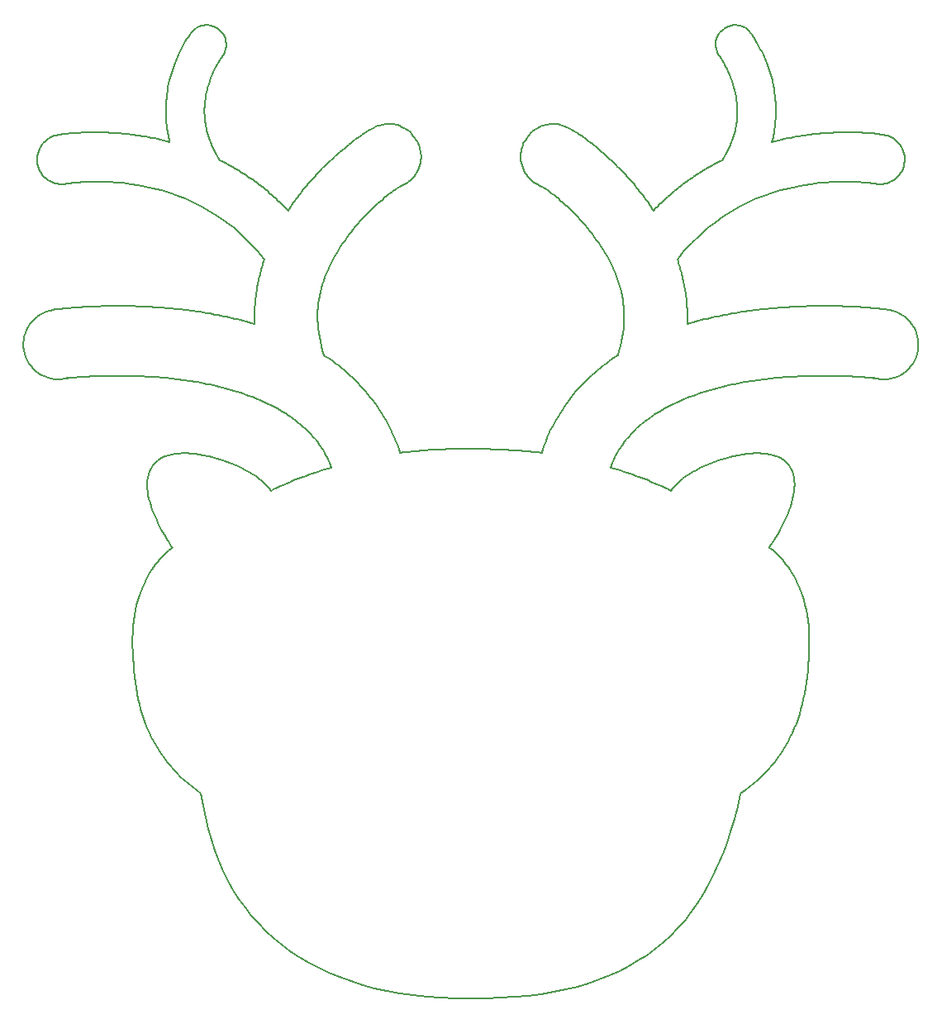
<source format=gm1>
G04 #@! TF.GenerationSoftware,KiCad,Pcbnew,(5.1.6)-1*
G04 #@! TF.CreationDate,2021-12-09T10:58:41+01:00*
G04 #@! TF.ProjectId,opamp_vu_meter,6f70616d-705f-4767-955f-6d657465722e,rev?*
G04 #@! TF.SameCoordinates,Original*
G04 #@! TF.FileFunction,Profile,NP*
%FSLAX46Y46*%
G04 Gerber Fmt 4.6, Leading zero omitted, Abs format (unit mm)*
G04 Created by KiCad (PCBNEW (5.1.6)-1) date 2021-12-09 10:58:41*
%MOMM*%
%LPD*%
G01*
G04 APERTURE LIST*
G04 #@! TA.AperFunction,Profile*
%ADD10C,0.200000*%
G04 #@! TD*
G04 APERTURE END LIST*
D10*
X181198481Y-43311349D02*
X181251404Y-43092654D01*
X181251404Y-43092654D02*
X181300220Y-42874899D01*
X181300220Y-42874899D02*
X181345003Y-42658136D01*
X181345003Y-42658136D02*
X181385831Y-42442416D01*
X181385831Y-42442416D02*
X181422779Y-42227791D01*
X181422779Y-42227791D02*
X181455923Y-42014313D01*
X181455923Y-42014313D02*
X181485339Y-41802034D01*
X181485339Y-41802034D02*
X181511102Y-41591006D01*
X181511102Y-41591006D02*
X181533289Y-41381279D01*
X181533289Y-41381279D02*
X181551975Y-41172907D01*
X181551975Y-41172907D02*
X181567238Y-40965940D01*
X181567238Y-40965940D02*
X181579151Y-40760431D01*
X181579151Y-40760431D02*
X181587792Y-40556432D01*
X181587792Y-40556432D02*
X181593236Y-40353993D01*
X181593236Y-40353993D02*
X181595559Y-40153168D01*
X181595559Y-40153168D02*
X181591147Y-39756563D01*
X181591147Y-39756563D02*
X181575162Y-39367032D01*
X181575162Y-39367032D02*
X181548212Y-38984988D01*
X181548212Y-38984988D02*
X181510905Y-38610846D01*
X181510905Y-38610846D02*
X181463847Y-38245019D01*
X181463847Y-38245019D02*
X181407646Y-37887924D01*
X181407646Y-37887924D02*
X181342910Y-37539973D01*
X181342910Y-37539973D02*
X181270246Y-37201581D01*
X181270246Y-37201581D02*
X181231131Y-37036099D01*
X172525971Y-61969309D02*
X172530558Y-61749680D01*
X172530558Y-61749680D02*
X172532478Y-61530835D01*
X172532478Y-61530835D02*
X172531763Y-61312786D01*
X172531763Y-61312786D02*
X172528445Y-61095542D01*
X172528445Y-61095542D02*
X172522556Y-60879116D01*
X172522556Y-60879116D02*
X172514128Y-60663518D01*
X172514128Y-60663518D02*
X172503194Y-60448760D01*
X172503194Y-60448760D02*
X172489785Y-60234852D01*
X172489785Y-60234852D02*
X172473934Y-60021806D01*
X172473934Y-60021806D02*
X172455673Y-59809631D01*
X172455673Y-59809631D02*
X172435034Y-59598341D01*
X172435034Y-59598341D02*
X172412048Y-59387945D01*
X172412048Y-59387945D02*
X172386749Y-59178454D01*
X172386749Y-59178454D02*
X172359169Y-58969881D01*
X172359169Y-58969881D02*
X172329338Y-58762235D01*
X172329338Y-58762235D02*
X172297291Y-58555527D01*
X172297291Y-58555527D02*
X172263058Y-58349770D01*
X172263058Y-58349770D02*
X172226671Y-58144973D01*
X172226671Y-58144973D02*
X172188164Y-57941148D01*
X172188164Y-57941148D02*
X172147568Y-57738306D01*
X172147568Y-57738306D02*
X172104915Y-57536458D01*
X172104915Y-57536458D02*
X172060238Y-57335615D01*
X172060238Y-57335615D02*
X172013568Y-57135788D01*
X172013568Y-57135788D02*
X171964937Y-56936988D01*
X171964937Y-56936988D02*
X171914378Y-56739226D01*
X171914378Y-56739226D02*
X171861923Y-56542514D01*
X171861923Y-56542514D02*
X171807605Y-56346861D01*
X171807605Y-56346861D02*
X171751454Y-56152280D01*
X171751454Y-56152280D02*
X171693503Y-55958781D01*
X171693503Y-55958781D02*
X171633785Y-55766375D01*
X171633785Y-55766375D02*
X171572331Y-55575074D01*
X171572331Y-55575074D02*
X171509175Y-55384889D01*
X187865832Y-60143779D02*
X187660283Y-60139609D01*
X187660283Y-60139609D02*
X187451747Y-60136113D01*
X187451747Y-60136113D02*
X187240284Y-60133310D01*
X187240284Y-60133310D02*
X187025955Y-60131221D01*
X187025955Y-60131221D02*
X186808819Y-60129864D01*
X186808819Y-60129864D02*
X186735828Y-60129579D01*
X193496383Y-60610179D02*
X193280664Y-60552279D01*
X193280664Y-60552279D02*
X193067838Y-60499121D01*
X193067838Y-60499121D02*
X192871170Y-60459305D01*
X192871170Y-60459305D02*
X192659393Y-60452813D01*
X192659393Y-60452813D02*
X192552780Y-60444509D01*
X190817225Y-67449949D02*
X191019812Y-67468142D01*
X191019812Y-67468142D02*
X191233603Y-67488731D01*
X191233603Y-67488731D02*
X191445986Y-67510847D01*
X191445986Y-67510847D02*
X191659619Y-67535340D01*
X191659619Y-67535340D02*
X191677632Y-67537549D01*
X171509175Y-55384889D02*
X172239455Y-54481297D01*
X172239455Y-54481297D02*
X172995510Y-53646882D01*
X172995510Y-53646882D02*
X173774130Y-52878987D01*
X173774130Y-52878987D02*
X174572104Y-52174957D01*
X174572104Y-52174957D02*
X175386222Y-51532138D01*
X175386222Y-51532138D02*
X176213271Y-50947873D01*
X176213271Y-50947873D02*
X177050043Y-50419508D01*
X177050043Y-50419508D02*
X177893326Y-49944386D01*
X177893326Y-49944386D02*
X178739909Y-49519854D01*
X178739909Y-49519854D02*
X179586582Y-49143254D01*
X179586582Y-49143254D02*
X180430134Y-48811932D01*
X180430134Y-48811932D02*
X181267354Y-48523233D01*
X181267354Y-48523233D02*
X182095032Y-48274501D01*
X182095032Y-48274501D02*
X182909957Y-48063081D01*
X182909957Y-48063081D02*
X183708919Y-47886317D01*
X183708919Y-47886317D02*
X184488706Y-47741555D01*
X184488706Y-47741555D02*
X185246107Y-47626138D01*
X185246107Y-47626138D02*
X185977914Y-47537412D01*
X185977914Y-47537412D02*
X186680913Y-47472720D01*
X186680913Y-47472720D02*
X187351896Y-47429409D01*
X187351896Y-47429409D02*
X187987650Y-47404821D01*
X187987650Y-47404821D02*
X188584967Y-47396303D01*
X188584967Y-47396303D02*
X189140634Y-47401199D01*
X189140634Y-47401199D02*
X189651441Y-47416852D01*
X189651441Y-47416852D02*
X190114177Y-47440609D01*
X190114177Y-47440609D02*
X190525632Y-47469813D01*
X190525632Y-47469813D02*
X190882595Y-47501810D01*
X190882595Y-47501810D02*
X191181856Y-47533943D01*
X191181856Y-47533943D02*
X191420203Y-47563558D01*
X191420203Y-47563558D02*
X191701315Y-47604611D01*
X191701315Y-47604611D02*
X191737658Y-47610739D01*
X112975792Y-67288499D02*
X113218571Y-67283827D01*
X113218571Y-67283827D02*
X113466145Y-67280202D01*
X113466145Y-67280202D02*
X113718358Y-67277678D01*
X113718358Y-67277678D02*
X113975050Y-67276315D01*
X113975050Y-67276315D02*
X114236065Y-67276168D01*
X114236065Y-67276168D02*
X114501244Y-67277295D01*
X114501244Y-67277295D02*
X114770429Y-67279753D01*
X114770429Y-67279753D02*
X115043462Y-67283599D01*
X115043462Y-67283599D02*
X115320186Y-67288889D01*
X115320186Y-67288889D02*
X115600442Y-67295682D01*
X115600442Y-67295682D02*
X115884073Y-67304034D01*
X115884073Y-67304034D02*
X116170920Y-67314001D01*
X116170920Y-67314001D02*
X116460827Y-67325642D01*
X116460827Y-67325642D02*
X116753634Y-67339013D01*
X116753634Y-67339013D02*
X117049184Y-67354172D01*
X117049184Y-67354172D02*
X117347319Y-67371175D01*
X117347319Y-67371175D02*
X117647882Y-67390079D01*
X117647882Y-67390079D02*
X117950713Y-67410942D01*
X117950713Y-67410942D02*
X118255657Y-67433820D01*
X118255657Y-67433820D02*
X118562553Y-67458770D01*
X118562553Y-67458770D02*
X118871245Y-67485851D01*
X118871245Y-67485851D02*
X119181575Y-67515118D01*
X119181575Y-67515118D02*
X119493385Y-67546629D01*
X119493385Y-67546629D02*
X119806516Y-67580440D01*
X119806516Y-67580440D02*
X120120812Y-67616610D01*
X120120812Y-67616610D02*
X120436113Y-67655194D01*
X120436113Y-67655194D02*
X120752262Y-67696250D01*
X120752262Y-67696250D02*
X121069102Y-67739836D01*
X121069102Y-67739836D02*
X121386474Y-67786007D01*
X121386474Y-67786007D02*
X121704221Y-67834822D01*
X121704221Y-67834822D02*
X122022184Y-67886336D01*
X122022184Y-67886336D02*
X122340206Y-67940609D01*
X181231131Y-37036099D02*
X181161904Y-36764180D01*
X181161904Y-36764180D02*
X181088401Y-36498155D01*
X181088401Y-36498155D02*
X181011046Y-36238205D01*
X181011046Y-36238205D02*
X180930264Y-35984510D01*
X180930264Y-35984510D02*
X180846478Y-35737247D01*
X180846478Y-35737247D02*
X180760115Y-35496597D01*
X180760115Y-35496597D02*
X180671598Y-35262740D01*
X180671598Y-35262740D02*
X180581351Y-35035855D01*
X180581351Y-35035855D02*
X180489800Y-34816121D01*
X180489800Y-34816121D02*
X180397369Y-34603718D01*
X180397369Y-34603718D02*
X180304483Y-34398826D01*
X180304483Y-34398826D02*
X180211566Y-34201624D01*
X180211566Y-34201624D02*
X180119043Y-34012292D01*
X180119043Y-34012292D02*
X180027338Y-33831008D01*
X180027338Y-33831008D02*
X179848081Y-33493307D01*
X179848081Y-33493307D02*
X179677193Y-33189957D01*
X179677193Y-33189957D02*
X179518070Y-32922394D01*
X179518070Y-32922394D02*
X179374108Y-32692053D01*
X179374108Y-32692053D02*
X179248704Y-32500373D01*
X179248704Y-32500373D02*
X179102826Y-32288480D01*
X179102826Y-32288480D02*
X179000605Y-32148969D01*
X192608070Y-42581679D02*
X192366702Y-42546549D01*
X192366702Y-42546549D02*
X192112348Y-42514664D01*
X192112348Y-42514664D02*
X191866097Y-42487301D01*
X191866097Y-42487301D02*
X191574384Y-42458654D01*
X191574384Y-42458654D02*
X191355583Y-42439586D01*
X191355583Y-42439586D02*
X191117974Y-42421062D01*
X191117974Y-42421062D02*
X190862116Y-42403529D01*
X190862116Y-42403529D02*
X190588568Y-42387431D01*
X190588568Y-42387431D02*
X190297888Y-42373216D01*
X190297888Y-42373216D02*
X189990636Y-42361329D01*
X189990636Y-42361329D02*
X189830971Y-42356399D01*
X191737658Y-47610739D02*
X192001188Y-47649345D01*
X192001188Y-47649345D02*
X192262082Y-47660535D01*
X192262082Y-47660535D02*
X192518766Y-47645386D01*
X192518766Y-47645386D02*
X192769667Y-47604976D01*
X192769667Y-47604976D02*
X193013210Y-47540384D01*
X193013210Y-47540384D02*
X193247823Y-47452687D01*
X193247823Y-47452687D02*
X193471932Y-47342965D01*
X193471932Y-47342965D02*
X193683964Y-47212295D01*
X193683964Y-47212295D02*
X193882344Y-47061755D01*
X193882344Y-47061755D02*
X194065500Y-46892423D01*
X194065500Y-46892423D02*
X194231858Y-46705378D01*
X194231858Y-46705378D02*
X194379844Y-46501698D01*
X194379844Y-46501698D02*
X194507885Y-46282461D01*
X194507885Y-46282461D02*
X194614407Y-46048745D01*
X194614407Y-46048745D02*
X194697837Y-45801628D01*
X194697837Y-45801628D02*
X194756602Y-45542189D01*
X177113396Y-60901449D02*
X176829813Y-60951979D01*
X176829813Y-60951979D02*
X176545531Y-61004447D01*
X176545531Y-61004447D02*
X176260610Y-61058898D01*
X176260610Y-61058898D02*
X175975111Y-61115383D01*
X175975111Y-61115383D02*
X175689093Y-61173948D01*
X175689093Y-61173948D02*
X175402618Y-61234643D01*
X175402618Y-61234643D02*
X175115745Y-61297516D01*
X175115745Y-61297516D02*
X174828536Y-61362614D01*
X174828536Y-61362614D02*
X174541049Y-61429985D01*
X174541049Y-61429985D02*
X174253347Y-61499679D01*
X174253347Y-61499679D02*
X173965488Y-61571744D01*
X173965488Y-61571744D02*
X173677534Y-61646227D01*
X173677534Y-61646227D02*
X173389545Y-61723176D01*
X173389545Y-61723176D02*
X173101581Y-61802641D01*
X173101581Y-61802641D02*
X172813703Y-61884669D01*
X172813703Y-61884669D02*
X172525971Y-61969309D01*
X186735828Y-60129579D02*
X186477975Y-60129144D01*
X186477975Y-60129144D02*
X186216482Y-60129787D01*
X186216482Y-60129787D02*
X185951437Y-60131558D01*
X185951437Y-60131558D02*
X185682926Y-60134507D01*
X185682926Y-60134507D02*
X185411038Y-60138686D01*
X185411038Y-60138686D02*
X185135859Y-60144145D01*
X185135859Y-60144145D02*
X184857479Y-60150935D01*
X184857479Y-60150935D02*
X184575983Y-60159106D01*
X184575983Y-60159106D02*
X184291461Y-60168709D01*
X184291461Y-60168709D02*
X184003998Y-60179796D01*
X184003998Y-60179796D02*
X183713684Y-60192415D01*
X183713684Y-60192415D02*
X183420605Y-60206619D01*
X183420605Y-60206619D02*
X183124850Y-60222458D01*
X183124850Y-60222458D02*
X182826505Y-60239983D01*
X182826505Y-60239983D02*
X182525659Y-60259243D01*
X182525659Y-60259243D02*
X182222398Y-60280291D01*
X182222398Y-60280291D02*
X181916811Y-60303176D01*
X181916811Y-60303176D02*
X181608986Y-60327950D01*
X181608986Y-60327950D02*
X181299009Y-60354663D01*
X181299009Y-60354663D02*
X180986968Y-60383366D01*
X180986968Y-60383366D02*
X180672951Y-60414109D01*
X180672951Y-60414109D02*
X180357046Y-60446943D01*
X180357046Y-60446943D02*
X180039339Y-60481919D01*
X180039339Y-60481919D02*
X179719920Y-60519087D01*
X179719920Y-60519087D02*
X179398875Y-60558499D01*
X179398875Y-60558499D02*
X179076291Y-60600205D01*
X179076291Y-60600205D02*
X178752257Y-60644255D01*
X178752257Y-60644255D02*
X178426861Y-60690700D01*
X178426861Y-60690700D02*
X178100188Y-60739592D01*
X178100188Y-60739592D02*
X177772328Y-60790980D01*
X177772328Y-60790980D02*
X177443368Y-60844915D01*
X177443368Y-60844915D02*
X177113396Y-60901449D01*
X177989073Y-110099869D02*
X178445422Y-109755015D01*
X178445422Y-109755015D02*
X178883892Y-109406197D01*
X178883892Y-109406197D02*
X179304745Y-109052971D01*
X179304745Y-109052971D02*
X179708241Y-108694892D01*
X179708241Y-108694892D02*
X180094640Y-108331515D01*
X180094640Y-108331515D02*
X180464203Y-107962395D01*
X180464203Y-107962395D02*
X180817192Y-107587088D01*
X180817192Y-107587088D02*
X181153866Y-107205149D01*
X181153866Y-107205149D02*
X181474486Y-106816134D01*
X181474486Y-106816134D02*
X181779314Y-106419598D01*
X181779314Y-106419598D02*
X182068610Y-106015095D01*
X182068610Y-106015095D02*
X182342634Y-105602182D01*
X182342634Y-105602182D02*
X182601648Y-105180414D01*
X182601648Y-105180414D02*
X182845911Y-104749346D01*
X182845911Y-104749346D02*
X183075686Y-104308534D01*
X183075686Y-104308534D02*
X183291232Y-103857532D01*
X183291232Y-103857532D02*
X183492810Y-103395897D01*
X183492810Y-103395897D02*
X183680681Y-102923183D01*
X183680681Y-102923183D02*
X183855106Y-102438946D01*
X183855106Y-102438946D02*
X184016346Y-101942740D01*
X184016346Y-101942740D02*
X184164660Y-101434123D01*
X184164660Y-101434123D02*
X184300311Y-100912648D01*
X184300311Y-100912648D02*
X184423558Y-100377871D01*
X184423558Y-100377871D02*
X184534662Y-99829348D01*
X184534662Y-99829348D02*
X184633884Y-99266634D01*
X184633884Y-99266634D02*
X184721486Y-98689284D01*
X184721486Y-98689284D02*
X184797726Y-98096853D01*
X184797726Y-98096853D02*
X184862867Y-97488897D01*
X184862867Y-97488897D02*
X184917169Y-96864971D01*
X184917169Y-96864971D02*
X184960893Y-96224631D01*
X184960893Y-96224631D02*
X184994298Y-95567432D01*
X184994298Y-95567432D02*
X185017648Y-94892929D01*
X169092773Y-71302469D02*
X169330819Y-71146968D01*
X169330819Y-71146968D02*
X169573621Y-70994884D01*
X169573621Y-70994884D02*
X169821033Y-70846201D01*
X169821033Y-70846201D02*
X170072909Y-70700901D01*
X170072909Y-70700901D02*
X170329103Y-70558969D01*
X170329103Y-70558969D02*
X170589471Y-70420389D01*
X170589471Y-70420389D02*
X170853867Y-70285145D01*
X170853867Y-70285145D02*
X171122146Y-70153219D01*
X171122146Y-70153219D02*
X171394162Y-70024597D01*
X171394162Y-70024597D02*
X171669770Y-69899261D01*
X171669770Y-69899261D02*
X171948825Y-69777196D01*
X171948825Y-69777196D02*
X172231181Y-69658385D01*
X172231181Y-69658385D02*
X172516692Y-69542812D01*
X172516692Y-69542812D02*
X172805215Y-69430462D01*
X172805215Y-69430462D02*
X173096602Y-69321317D01*
X173096602Y-69321317D02*
X173390708Y-69215361D01*
X173390708Y-69215361D02*
X173687389Y-69112579D01*
X173687389Y-69112579D02*
X173986499Y-69012953D01*
X173986499Y-69012953D02*
X174287893Y-68916469D01*
X174287893Y-68916469D02*
X174591425Y-68823109D01*
X174591425Y-68823109D02*
X174896949Y-68732858D01*
X174896949Y-68732858D02*
X175204321Y-68645698D01*
X175204321Y-68645698D02*
X175513395Y-68561615D01*
X175513395Y-68561615D02*
X175824025Y-68480592D01*
X175824025Y-68480592D02*
X176136067Y-68402612D01*
X176136067Y-68402612D02*
X176449374Y-68327659D01*
X176449374Y-68327659D02*
X176763803Y-68255717D01*
X176763803Y-68255717D02*
X177079206Y-68186771D01*
X177079206Y-68186771D02*
X177395439Y-68120803D01*
X177395439Y-68120803D02*
X177712356Y-68057797D01*
X177712356Y-68057797D02*
X178029813Y-67997738D01*
X178029813Y-67997738D02*
X178347663Y-67940609D01*
X196072696Y-65020649D02*
X196152528Y-64658217D01*
X196152528Y-64658217D02*
X196194024Y-64296704D01*
X196194024Y-64296704D02*
X196198519Y-63938392D01*
X196198519Y-63938392D02*
X196167344Y-63585564D01*
X196167344Y-63585564D02*
X196101834Y-63240503D01*
X196101834Y-63240503D02*
X196003322Y-62905489D01*
X196003322Y-62905489D02*
X195873141Y-62582807D01*
X195873141Y-62582807D02*
X195712623Y-62274739D01*
X195712623Y-62274739D02*
X195523103Y-61983566D01*
X195523103Y-61983566D02*
X195305914Y-61711572D01*
X195305914Y-61711572D02*
X195062388Y-61461039D01*
X195062388Y-61461039D02*
X194793860Y-61234250D01*
X194793860Y-61234250D02*
X194501662Y-61033487D01*
X194501662Y-61033487D02*
X194187127Y-60861032D01*
X194187127Y-60861032D02*
X193851590Y-60719169D01*
X193851590Y-60719169D02*
X193496383Y-60610179D01*
X187712076Y-67288499D02*
X187949928Y-67294159D01*
X187949928Y-67294159D02*
X188182717Y-67300708D01*
X188182717Y-67300708D02*
X188410277Y-67308084D01*
X188410277Y-67308084D02*
X188632442Y-67316221D01*
X188632442Y-67316221D02*
X188849046Y-67325056D01*
X188849046Y-67325056D02*
X189059923Y-67334524D01*
X189059923Y-67334524D02*
X189264907Y-67344562D01*
X189264907Y-67344562D02*
X189560972Y-67360546D01*
X189560972Y-67360546D02*
X189842846Y-67377450D01*
X189842846Y-67377450D02*
X190109967Y-67395059D01*
X190109967Y-67395059D02*
X190361778Y-67413156D01*
X190361778Y-67413156D02*
X190597717Y-67431524D01*
X190597717Y-67431524D02*
X190817225Y-67449949D01*
X119763202Y-84875969D02*
X119579278Y-85007440D01*
X119579278Y-85007440D02*
X119368654Y-85175804D01*
X119368654Y-85175804D02*
X119096061Y-85416165D01*
X119096061Y-85416165D02*
X118940544Y-85564182D01*
X118940544Y-85564182D02*
X118774354Y-85731205D01*
X118774354Y-85731205D02*
X118599098Y-85917569D01*
X118599098Y-85917569D02*
X118416385Y-86123609D01*
X118416385Y-86123609D02*
X118227819Y-86349660D01*
X118227819Y-86349660D02*
X118035009Y-86596059D01*
X118035009Y-86596059D02*
X117839560Y-86863140D01*
X117839560Y-86863140D02*
X117643080Y-87151239D01*
X117643080Y-87151239D02*
X117447175Y-87460690D01*
X117447175Y-87460690D02*
X117253452Y-87791831D01*
X117253452Y-87791831D02*
X117063517Y-88144995D01*
X117063517Y-88144995D02*
X116878978Y-88520519D01*
X116878978Y-88520519D02*
X116701442Y-88918738D01*
X116701442Y-88918738D02*
X116532514Y-89339987D01*
X116532514Y-89339987D02*
X116373802Y-89784602D01*
X116373802Y-89784602D02*
X116226913Y-90252917D01*
X116226913Y-90252917D02*
X116093453Y-90745269D01*
X116093453Y-90745269D02*
X115975029Y-91261993D01*
X115975029Y-91261993D02*
X115873248Y-91803424D01*
X115873248Y-91803424D02*
X115789716Y-92369898D01*
X115789716Y-92369898D02*
X115726041Y-92961750D01*
X115726041Y-92961750D02*
X115683828Y-93579316D01*
X115683828Y-93579316D02*
X115664686Y-94222930D01*
X115664686Y-94222930D02*
X115670220Y-94892929D01*
X182434326Y-75963259D02*
X182189480Y-75786470D01*
X182189480Y-75786470D02*
X181918242Y-75634941D01*
X181918242Y-75634941D02*
X181622493Y-75507909D01*
X181622493Y-75507909D02*
X181304114Y-75404609D01*
X181304114Y-75404609D02*
X180964985Y-75324279D01*
X180964985Y-75324279D02*
X180606988Y-75266155D01*
X180606988Y-75266155D02*
X180232003Y-75229474D01*
X180232003Y-75229474D02*
X179841912Y-75213472D01*
X179841912Y-75213472D02*
X179438596Y-75217385D01*
X179438596Y-75217385D02*
X179023935Y-75240451D01*
X179023935Y-75240451D02*
X178599811Y-75281905D01*
X178599811Y-75281905D02*
X178168104Y-75340984D01*
X178168104Y-75340984D02*
X177730696Y-75416925D01*
X177730696Y-75416925D02*
X177289467Y-75508965D01*
X177289467Y-75508965D02*
X176846298Y-75616339D01*
X176846298Y-75616339D02*
X176403071Y-75738285D01*
X176403071Y-75738285D02*
X175961666Y-75874038D01*
X175961666Y-75874038D02*
X175523964Y-76022836D01*
X175523964Y-76022836D02*
X175091847Y-76183915D01*
X175091847Y-76183915D02*
X174667195Y-76356511D01*
X174667195Y-76356511D02*
X174251889Y-76539862D01*
X174251889Y-76539862D02*
X173847810Y-76733203D01*
X173847810Y-76733203D02*
X173456840Y-76935771D01*
X173456840Y-76935771D02*
X173080858Y-77146802D01*
X173080858Y-77146802D02*
X172721747Y-77365534D01*
X172721747Y-77365534D02*
X172381387Y-77591202D01*
X172381387Y-77591202D02*
X172061658Y-77823044D01*
X172061658Y-77823044D02*
X171764443Y-78060295D01*
X171764443Y-78060295D02*
X171491622Y-78302193D01*
X171491622Y-78302193D02*
X171245076Y-78547973D01*
X171245076Y-78547973D02*
X171026685Y-78796873D01*
X171026685Y-78796873D02*
X170838332Y-79048129D01*
X109083957Y-67501649D02*
X108850883Y-67565052D01*
X108850883Y-67565052D02*
X109010238Y-67537549D01*
X115670220Y-94892929D02*
X115693569Y-95567432D01*
X115693569Y-95567432D02*
X115726975Y-96224631D01*
X115726975Y-96224631D02*
X115770698Y-96864971D01*
X115770698Y-96864971D02*
X115825000Y-97488897D01*
X115825000Y-97488897D02*
X115890141Y-98096853D01*
X115890141Y-98096853D02*
X115966382Y-98689284D01*
X115966382Y-98689284D02*
X116053983Y-99266634D01*
X116053983Y-99266634D02*
X116153205Y-99829348D01*
X116153205Y-99829348D02*
X116264310Y-100377871D01*
X116264310Y-100377871D02*
X116387557Y-100912648D01*
X116387557Y-100912648D02*
X116523207Y-101434123D01*
X116523207Y-101434123D02*
X116671522Y-101942740D01*
X116671522Y-101942740D02*
X116832761Y-102438946D01*
X116832761Y-102438946D02*
X117007186Y-102923183D01*
X117007186Y-102923183D02*
X117195057Y-103395897D01*
X117195057Y-103395897D02*
X117396636Y-103857532D01*
X117396636Y-103857532D02*
X117612182Y-104308534D01*
X117612182Y-104308534D02*
X117841956Y-104749346D01*
X117841956Y-104749346D02*
X118086220Y-105180414D01*
X118086220Y-105180414D02*
X118345234Y-105602182D01*
X118345234Y-105602182D02*
X118619258Y-106015095D01*
X118619258Y-106015095D02*
X118908554Y-106419598D01*
X118908554Y-106419598D02*
X119213381Y-106816134D01*
X119213381Y-106816134D02*
X119534002Y-107205149D01*
X119534002Y-107205149D02*
X119870676Y-107587088D01*
X119870676Y-107587088D02*
X120223664Y-107962395D01*
X120223664Y-107962395D02*
X120593228Y-108331515D01*
X120593228Y-108331515D02*
X120979627Y-108694892D01*
X120979627Y-108694892D02*
X121383123Y-109052971D01*
X121383123Y-109052971D02*
X121803975Y-109406197D01*
X121803975Y-109406197D02*
X122242446Y-109755015D01*
X122242446Y-109755015D02*
X122698796Y-110099869D01*
X131595095Y-71302469D02*
X131785864Y-71431622D01*
X131785864Y-71431622D02*
X131973503Y-71562480D01*
X131973503Y-71562480D02*
X132157993Y-71695120D01*
X132157993Y-71695120D02*
X132339314Y-71829621D01*
X132339314Y-71829621D02*
X132517449Y-71966061D01*
X132517449Y-71966061D02*
X132692378Y-72104519D01*
X132692378Y-72104519D02*
X132864084Y-72245073D01*
X132864084Y-72245073D02*
X133032546Y-72387803D01*
X133032546Y-72387803D02*
X133197748Y-72532785D01*
X133197748Y-72532785D02*
X133359671Y-72680099D01*
X133359671Y-72680099D02*
X133518294Y-72829823D01*
X133518294Y-72829823D02*
X133673601Y-72982035D01*
X133673601Y-72982035D02*
X133825573Y-73136815D01*
X133825573Y-73136815D02*
X133974191Y-73294240D01*
X133974191Y-73294240D02*
X134119435Y-73454389D01*
X134119435Y-73454389D02*
X134261289Y-73617341D01*
X134261289Y-73617341D02*
X134399733Y-73783173D01*
X134399733Y-73783173D02*
X134534748Y-73951965D01*
X134534748Y-73951965D02*
X134666317Y-74123795D01*
X134666317Y-74123795D02*
X134794419Y-74298741D01*
X134794419Y-74298741D02*
X134919038Y-74476881D01*
X134919038Y-74476881D02*
X135040154Y-74658295D01*
X135040154Y-74658295D02*
X135157748Y-74843060D01*
X135157748Y-74843060D02*
X135271802Y-75031256D01*
X135271802Y-75031256D02*
X135382298Y-75222960D01*
X135382298Y-75222960D02*
X135489216Y-75418251D01*
X135489216Y-75418251D02*
X135592539Y-75617207D01*
X135592539Y-75617207D02*
X135692248Y-75819908D01*
X135692248Y-75819908D02*
X135788323Y-76026431D01*
X135788323Y-76026431D02*
X135880747Y-76236855D01*
X135880747Y-76236855D02*
X135969501Y-76451258D01*
X135969501Y-76451258D02*
X136054566Y-76669719D01*
X178347663Y-67940609D02*
X178665684Y-67886342D01*
X178665684Y-67886342D02*
X178983647Y-67834831D01*
X178983647Y-67834831D02*
X179301394Y-67786020D01*
X179301394Y-67786020D02*
X179618766Y-67739852D01*
X179618766Y-67739852D02*
X179935605Y-67696268D01*
X179935605Y-67696268D02*
X180251755Y-67655214D01*
X180251755Y-67655214D02*
X180567056Y-67616630D01*
X180567056Y-67616630D02*
X180881352Y-67580461D01*
X180881352Y-67580461D02*
X181194483Y-67546650D01*
X181194483Y-67546650D02*
X181506293Y-67515138D01*
X181506293Y-67515138D02*
X181816622Y-67485870D01*
X181816622Y-67485870D02*
X182125314Y-67458789D01*
X182125314Y-67458789D02*
X182432211Y-67433837D01*
X182432211Y-67433837D02*
X182737154Y-67410957D01*
X182737154Y-67410957D02*
X183039986Y-67390092D01*
X183039986Y-67390092D02*
X183340548Y-67371186D01*
X183340548Y-67371186D02*
X183638683Y-67354181D01*
X183638683Y-67354181D02*
X183934234Y-67339020D01*
X183934234Y-67339020D02*
X184227041Y-67325647D01*
X184227041Y-67325647D02*
X184516947Y-67314004D01*
X184516947Y-67314004D02*
X184803795Y-67304034D01*
X184803795Y-67304034D02*
X185087425Y-67295681D01*
X185087425Y-67295681D02*
X185367682Y-67288886D01*
X185367682Y-67288886D02*
X185644405Y-67283594D01*
X185644405Y-67283594D02*
X185917438Y-67279748D01*
X185917438Y-67279748D02*
X186186623Y-67277289D01*
X186186623Y-67277289D02*
X186451802Y-67276162D01*
X186451802Y-67276162D02*
X186712817Y-67276309D01*
X186712817Y-67276309D02*
X186969509Y-67277673D01*
X186969509Y-67277673D02*
X187221722Y-67280197D01*
X187221722Y-67280197D02*
X187469296Y-67283825D01*
X187469296Y-67283825D02*
X187712076Y-67288499D01*
X169069081Y-50375939D02*
X168935340Y-50170668D01*
X168935340Y-50170668D02*
X168800632Y-49967732D01*
X168800632Y-49967732D02*
X168664970Y-49767277D01*
X168664970Y-49767277D02*
X168528366Y-49569452D01*
X168528366Y-49569452D02*
X168390832Y-49374403D01*
X168390832Y-49374403D02*
X168252380Y-49182278D01*
X168252380Y-49182278D02*
X168113023Y-48993224D01*
X168113023Y-48993224D02*
X167972774Y-48807389D01*
X122340206Y-67940609D02*
X122658055Y-67997738D01*
X122658055Y-67997738D02*
X122975512Y-68057797D01*
X122975512Y-68057797D02*
X123292429Y-68120803D01*
X123292429Y-68120803D02*
X123608662Y-68186771D01*
X123608662Y-68186771D02*
X123924065Y-68255717D01*
X123924065Y-68255717D02*
X124238493Y-68327659D01*
X124238493Y-68327659D02*
X124551801Y-68402612D01*
X124551801Y-68402612D02*
X124863843Y-68480592D01*
X124863843Y-68480592D02*
X125174473Y-68561615D01*
X125174473Y-68561615D02*
X125483547Y-68645698D01*
X125483547Y-68645698D02*
X125790919Y-68732858D01*
X125790919Y-68732858D02*
X126096443Y-68823109D01*
X126096443Y-68823109D02*
X126399975Y-68916469D01*
X126399975Y-68916469D02*
X126701368Y-69012953D01*
X126701368Y-69012953D02*
X127000478Y-69112579D01*
X127000478Y-69112579D02*
X127297160Y-69215361D01*
X127297160Y-69215361D02*
X127591266Y-69321317D01*
X127591266Y-69321317D02*
X127882653Y-69430462D01*
X127882653Y-69430462D02*
X128171175Y-69542812D01*
X128171175Y-69542812D02*
X128456687Y-69658385D01*
X128456687Y-69658385D02*
X128739043Y-69777196D01*
X128739043Y-69777196D02*
X129018097Y-69899261D01*
X129018097Y-69899261D02*
X129293706Y-70024597D01*
X129293706Y-70024597D02*
X129565722Y-70153219D01*
X129565722Y-70153219D02*
X129834000Y-70285145D01*
X129834000Y-70285145D02*
X130098396Y-70420389D01*
X130098396Y-70420389D02*
X130358764Y-70558969D01*
X130358764Y-70558969D02*
X130614959Y-70700901D01*
X130614959Y-70700901D02*
X130866835Y-70846201D01*
X130866835Y-70846201D02*
X131114246Y-70994884D01*
X131114246Y-70994884D02*
X131357048Y-71146968D01*
X131357048Y-71146968D02*
X131595095Y-71302469D01*
X104618303Y-65019990D02*
X104734707Y-65372151D01*
X104734707Y-65372151D02*
X104883575Y-65704024D01*
X104883575Y-65704024D02*
X105062598Y-66014324D01*
X105062598Y-66014324D02*
X105269469Y-66301771D01*
X105269469Y-66301771D02*
X105501879Y-66565080D01*
X105501879Y-66565080D02*
X105757521Y-66802971D01*
X105757521Y-66802971D02*
X106034088Y-67014159D01*
X106034088Y-67014159D02*
X106329270Y-67197363D01*
X106329270Y-67197363D02*
X106640760Y-67351300D01*
X106640760Y-67351300D02*
X106966251Y-67474687D01*
X106966251Y-67474687D02*
X107303434Y-67566242D01*
X107303434Y-67566242D02*
X107650001Y-67624683D01*
X107650001Y-67624683D02*
X108003645Y-67648726D01*
X108003645Y-67648726D02*
X108362057Y-67637090D01*
X108362057Y-67637090D02*
X108722930Y-67588492D01*
X108722930Y-67588492D02*
X109083957Y-67501649D01*
X189830971Y-42356399D02*
X189630543Y-42351400D01*
X189630543Y-42351400D02*
X189424368Y-42347631D01*
X189424368Y-42347631D02*
X189212571Y-42345191D01*
X189212571Y-42345191D02*
X188995281Y-42344183D01*
X188995281Y-42344183D02*
X188772625Y-42344709D01*
X188772625Y-42344709D02*
X188544731Y-42346871D01*
X188544731Y-42346871D02*
X188311726Y-42350772D01*
X188311726Y-42350772D02*
X188073737Y-42356512D01*
X188073737Y-42356512D02*
X187830893Y-42364194D01*
X187830893Y-42364194D02*
X187583320Y-42373920D01*
X187583320Y-42373920D02*
X187331146Y-42385791D01*
X187331146Y-42385791D02*
X187074499Y-42399911D01*
X187074499Y-42399911D02*
X186813506Y-42416380D01*
X186813506Y-42416380D02*
X186548294Y-42435300D01*
X186548294Y-42435300D02*
X186278991Y-42456775D01*
X186278991Y-42456775D02*
X186005725Y-42480905D01*
X186005725Y-42480905D02*
X185728623Y-42507792D01*
X185728623Y-42507792D02*
X185447813Y-42537539D01*
X185447813Y-42537539D02*
X185163422Y-42570248D01*
X185163422Y-42570248D02*
X184875577Y-42606020D01*
X184875577Y-42606020D02*
X184584406Y-42644958D01*
X184584406Y-42644958D02*
X184290037Y-42687162D01*
X184290037Y-42687162D02*
X183992597Y-42732737D01*
X183992597Y-42732737D02*
X183692214Y-42781782D01*
X183692214Y-42781782D02*
X183389014Y-42834401D01*
X183389014Y-42834401D02*
X183083126Y-42890695D01*
X183083126Y-42890695D02*
X182774677Y-42950766D01*
X182774677Y-42950766D02*
X182463795Y-43014716D01*
X182463795Y-43014716D02*
X182150606Y-43082648D01*
X182150606Y-43082648D02*
X181835240Y-43154662D01*
X181835240Y-43154662D02*
X181517822Y-43230862D01*
X181517822Y-43230862D02*
X181198481Y-43311349D01*
X155724368Y-43433279D02*
X155659784Y-43654797D01*
X155659784Y-43654797D02*
X155598108Y-43881488D01*
X155598108Y-43881488D02*
X155546018Y-44088392D01*
X155546018Y-44088392D02*
X155498389Y-44299702D01*
X155498389Y-44299702D02*
X155461595Y-44498521D01*
X155461595Y-44498521D02*
X155440552Y-44703739D01*
X185017648Y-94892929D02*
X185023181Y-94222930D01*
X185023181Y-94222930D02*
X185004039Y-93579316D01*
X185004039Y-93579316D02*
X184961826Y-92961750D01*
X184961826Y-92961750D02*
X184898151Y-92369898D01*
X184898151Y-92369898D02*
X184814619Y-91803424D01*
X184814619Y-91803424D02*
X184712837Y-91261993D01*
X184712837Y-91261993D02*
X184594413Y-90745269D01*
X184594413Y-90745269D02*
X184460953Y-90252917D01*
X184460953Y-90252917D02*
X184314064Y-89784602D01*
X184314064Y-89784602D02*
X184155352Y-89339987D01*
X184155352Y-89339987D02*
X183986425Y-88918738D01*
X183986425Y-88918738D02*
X183808888Y-88520519D01*
X183808888Y-88520519D02*
X183624349Y-88144995D01*
X183624349Y-88144995D02*
X183434415Y-87791831D01*
X183434415Y-87791831D02*
X183240692Y-87460690D01*
X183240692Y-87460690D02*
X183044787Y-87151239D01*
X183044787Y-87151239D02*
X182848307Y-86863140D01*
X182848307Y-86863140D02*
X182652858Y-86596059D01*
X182652858Y-86596059D02*
X182460047Y-86349660D01*
X182460047Y-86349660D02*
X182271482Y-86123609D01*
X182271482Y-86123609D02*
X182088768Y-85917569D01*
X182088768Y-85917569D02*
X181913513Y-85731205D01*
X181913513Y-85731205D02*
X181747323Y-85564182D01*
X181747323Y-85564182D02*
X181591805Y-85416165D01*
X181591805Y-85416165D02*
X181319213Y-85175804D01*
X181319213Y-85175804D02*
X181108589Y-85007440D01*
X181108589Y-85007440D02*
X180936964Y-84884018D01*
X180936964Y-84884018D02*
X180924666Y-84875969D01*
X129849535Y-79048129D02*
X129661181Y-78796873D01*
X129661181Y-78796873D02*
X129442791Y-78547973D01*
X129442791Y-78547973D02*
X129196245Y-78302193D01*
X129196245Y-78302193D02*
X128923424Y-78060295D01*
X128923424Y-78060295D02*
X128626209Y-77823044D01*
X128626209Y-77823044D02*
X128306481Y-77591202D01*
X128306481Y-77591202D02*
X127966120Y-77365534D01*
X127966120Y-77365534D02*
X127607009Y-77146802D01*
X127607009Y-77146802D02*
X127231028Y-76935771D01*
X127231028Y-76935771D02*
X126840057Y-76733203D01*
X126840057Y-76733203D02*
X126435979Y-76539862D01*
X126435979Y-76539862D02*
X126020673Y-76356511D01*
X126020673Y-76356511D02*
X125596021Y-76183915D01*
X125596021Y-76183915D02*
X125163903Y-76022836D01*
X125163903Y-76022836D02*
X124726202Y-75874038D01*
X124726202Y-75874038D02*
X124284797Y-75738285D01*
X124284797Y-75738285D02*
X123841570Y-75616339D01*
X123841570Y-75616339D02*
X123398401Y-75508965D01*
X123398401Y-75508965D02*
X122957172Y-75416925D01*
X122957172Y-75416925D02*
X122519764Y-75340984D01*
X122519764Y-75340984D02*
X122088057Y-75281905D01*
X122088057Y-75281905D02*
X121663932Y-75240451D01*
X121663932Y-75240451D02*
X121249272Y-75217385D01*
X121249272Y-75217385D02*
X120845955Y-75213472D01*
X120845955Y-75213472D02*
X120455864Y-75229474D01*
X120455864Y-75229474D02*
X120080880Y-75266155D01*
X120080880Y-75266155D02*
X119722883Y-75324279D01*
X119722883Y-75324279D02*
X119383754Y-75404609D01*
X119383754Y-75404609D02*
X119065375Y-75507909D01*
X119065375Y-75507909D02*
X118769626Y-75634941D01*
X118769626Y-75634941D02*
X118498388Y-75786470D01*
X118498388Y-75786470D02*
X118253543Y-75963259D01*
X109010238Y-67537549D02*
X109217856Y-67513473D01*
X109217856Y-67513473D02*
X109425804Y-67491591D01*
X109425804Y-67491591D02*
X109635990Y-67471135D01*
X109635990Y-67471135D02*
X109835691Y-67453002D01*
X109835691Y-67453002D02*
X109870644Y-67449949D01*
X156620581Y-42253049D02*
X156480282Y-42437637D01*
X156480282Y-42437637D02*
X156336800Y-42626546D01*
X156336800Y-42626546D02*
X156214298Y-42787857D01*
X156214298Y-42787857D02*
X156088855Y-42953056D01*
X156088855Y-42953056D02*
X155932307Y-43159245D01*
X155932307Y-43159245D02*
X155807207Y-43324047D01*
X155807207Y-43324047D02*
X155724368Y-43433279D01*
X157653173Y-41672699D02*
X157444534Y-41765167D01*
X157444534Y-41765167D02*
X157235556Y-41877720D01*
X157235556Y-41877720D02*
X157022647Y-42001949D01*
X157022647Y-42001949D02*
X156832049Y-42118545D01*
X156832049Y-42118545D02*
X156652655Y-42232198D01*
X156652655Y-42232198D02*
X156620581Y-42253049D01*
X158411951Y-41509139D02*
X158206886Y-41534529D01*
X158206886Y-41534529D02*
X157998232Y-41574256D01*
X157998232Y-41574256D02*
X157792246Y-41628140D01*
X157792246Y-41628140D02*
X157653173Y-41672699D01*
X159662015Y-41626789D02*
X159470861Y-41564977D01*
X159470861Y-41564977D02*
X159266562Y-41516589D01*
X159266562Y-41516589D02*
X159022856Y-41490076D01*
X159022856Y-41490076D02*
X158813378Y-41486090D01*
X158813378Y-41486090D02*
X158558501Y-41497019D01*
X158558501Y-41497019D02*
X158411951Y-41509139D01*
X176110822Y-45181209D02*
X175882474Y-45294318D01*
X175882474Y-45294318D02*
X175654254Y-45410275D01*
X175654254Y-45410275D02*
X175426202Y-45529113D01*
X175426202Y-45529113D02*
X175198359Y-45650864D01*
X175198359Y-45650864D02*
X174970765Y-45775562D01*
X174970765Y-45775562D02*
X174743461Y-45903238D01*
X174743461Y-45903238D02*
X174516489Y-46033927D01*
X174516489Y-46033927D02*
X174289888Y-46167659D01*
X174289888Y-46167659D02*
X174063700Y-46304470D01*
X174063700Y-46304470D02*
X173837966Y-46444390D01*
X173837966Y-46444390D02*
X173612726Y-46587454D01*
X173612726Y-46587454D02*
X173388020Y-46733693D01*
X173388020Y-46733693D02*
X173163891Y-46883142D01*
X173163891Y-46883142D02*
X172940378Y-47035831D01*
X172940378Y-47035831D02*
X172717523Y-47191795D01*
X172717523Y-47191795D02*
X172495366Y-47351066D01*
X172495366Y-47351066D02*
X172273947Y-47513677D01*
X172273947Y-47513677D02*
X172053309Y-47679660D01*
X172053309Y-47679660D02*
X171833491Y-47849050D01*
X171833491Y-47849050D02*
X171614534Y-48021877D01*
X171614534Y-48021877D02*
X171396479Y-48198176D01*
X171396479Y-48198176D02*
X171179367Y-48377978D01*
X171179367Y-48377978D02*
X170963239Y-48561317D01*
X170963239Y-48561317D02*
X170748136Y-48748226D01*
X170748136Y-48748226D02*
X170534097Y-48938738D01*
X170534097Y-48938738D02*
X170321165Y-49132884D01*
X170321165Y-49132884D02*
X170109379Y-49330698D01*
X170109379Y-49330698D02*
X169898781Y-49532214D01*
X169898781Y-49532214D02*
X169689411Y-49737462D01*
X169689411Y-49737462D02*
X169481311Y-49946478D01*
X169481311Y-49946478D02*
X169274520Y-50159292D01*
X169274520Y-50159292D02*
X169069081Y-50375939D01*
X192552780Y-60444509D02*
X192349063Y-60420242D01*
X192349063Y-60420242D02*
X192123285Y-60395155D01*
X192123285Y-60395155D02*
X191911894Y-60373225D01*
X191911894Y-60373225D02*
X191683741Y-60351100D01*
X191683741Y-60351100D02*
X191480625Y-60332650D01*
X191480625Y-60332650D02*
X191438571Y-60328969D01*
X160334965Y-41893759D02*
X160151294Y-41801629D01*
X160151294Y-41801629D02*
X159946545Y-41717876D01*
X159946545Y-41717876D02*
X159735760Y-41648583D01*
X159735760Y-41648583D02*
X159662015Y-41626789D01*
X161091109Y-42330609D02*
X160904669Y-42213159D01*
X160904669Y-42213159D02*
X160724020Y-42104162D01*
X160724020Y-42104162D02*
X160537879Y-41999176D01*
X160537879Y-41999176D02*
X160334965Y-41893759D01*
X170838332Y-79048129D02*
X170594294Y-78926076D01*
X170594294Y-78926076D02*
X170408028Y-78836402D01*
X170408028Y-78836402D02*
X170171514Y-78725519D01*
X170171514Y-78725519D02*
X169886081Y-78595398D01*
X169886081Y-78595398D02*
X169553057Y-78448009D01*
X169553057Y-78448009D02*
X169369113Y-78368456D01*
X169369113Y-78368456D02*
X169173769Y-78285325D01*
X169173769Y-78285325D02*
X168967191Y-78198862D01*
X168967191Y-78198862D02*
X168749544Y-78109315D01*
X168749544Y-78109315D02*
X168520996Y-78016929D01*
X168520996Y-78016929D02*
X168281712Y-77921951D01*
X168281712Y-77921951D02*
X168031858Y-77824628D01*
X168031858Y-77824628D02*
X167771599Y-77725205D01*
X167771599Y-77725205D02*
X167501102Y-77623929D01*
X167501102Y-77623929D02*
X167220534Y-77521046D01*
X167220534Y-77521046D02*
X166930059Y-77416804D01*
X166930059Y-77416804D02*
X166629843Y-77311448D01*
X166629843Y-77311448D02*
X166320054Y-77205224D01*
X166320054Y-77205224D02*
X166000856Y-77098379D01*
X166000856Y-77098379D02*
X165672416Y-76991160D01*
X165672416Y-76991160D02*
X165334899Y-76883813D01*
X165334899Y-76883813D02*
X164988473Y-76776583D01*
X164988473Y-76776583D02*
X164633302Y-76669719D01*
X177518855Y-31357049D02*
X177320340Y-31356049D01*
X180924666Y-84875969D02*
X181117136Y-84597764D01*
X181117136Y-84597764D02*
X181330581Y-84272338D01*
X181330581Y-84272338D02*
X181458691Y-84069558D01*
X181458691Y-84069558D02*
X181598042Y-83842546D01*
X181598042Y-83842546D02*
X181746373Y-83593165D01*
X181746373Y-83593165D02*
X181901423Y-83323274D01*
X181901423Y-83323274D02*
X182060929Y-83034736D01*
X182060929Y-83034736D02*
X182222629Y-82729410D01*
X182222629Y-82729410D02*
X182384262Y-82409158D01*
X182384262Y-82409158D02*
X182543567Y-82075839D01*
X182543567Y-82075839D02*
X182698280Y-81731317D01*
X182698280Y-81731317D02*
X182846141Y-81377450D01*
X182846141Y-81377450D02*
X182984888Y-81016100D01*
X182984888Y-81016100D02*
X183112258Y-80649128D01*
X183112258Y-80649128D02*
X183225990Y-80278394D01*
X183225990Y-80278394D02*
X183323822Y-79905760D01*
X183323822Y-79905760D02*
X183403493Y-79533086D01*
X183403493Y-79533086D02*
X183462740Y-79162234D01*
X183462740Y-79162234D02*
X183499303Y-78795063D01*
X183499303Y-78795063D02*
X183510917Y-78433435D01*
X183510917Y-78433435D02*
X183495324Y-78079211D01*
X183495324Y-78079211D02*
X183450259Y-77734252D01*
X183450259Y-77734252D02*
X183373462Y-77400418D01*
X183373462Y-77400418D02*
X183262670Y-77079570D01*
X183262670Y-77079570D02*
X183115623Y-76773569D01*
X183115623Y-76773569D02*
X182930057Y-76484277D01*
X182930057Y-76484277D02*
X182703712Y-76213553D01*
X182703712Y-76213553D02*
X182434326Y-75963259D01*
X122698796Y-110099869D02*
X122899094Y-111332083D01*
X122899094Y-111332083D02*
X123141021Y-112530784D01*
X123141021Y-112530784D02*
X123424692Y-113695606D01*
X123424692Y-113695606D02*
X123750221Y-114826182D01*
X123750221Y-114826182D02*
X124117722Y-115922144D01*
X124117722Y-115922144D02*
X124527308Y-116983127D01*
X124527308Y-116983127D02*
X124979096Y-118008763D01*
X124979096Y-118008763D02*
X125473197Y-118998686D01*
X125473197Y-118998686D02*
X126009728Y-119952528D01*
X126009728Y-119952528D02*
X126588801Y-120869924D01*
X126588801Y-120869924D02*
X127210531Y-121750506D01*
X127210531Y-121750506D02*
X127875033Y-122593908D01*
X127875033Y-122593908D02*
X128582420Y-123399763D01*
X128582420Y-123399763D02*
X129332807Y-124167704D01*
X129332807Y-124167704D02*
X130126307Y-124897364D01*
X130126307Y-124897364D02*
X130963036Y-125588377D01*
X130963036Y-125588377D02*
X131843106Y-126240376D01*
X131843106Y-126240376D02*
X132766633Y-126852994D01*
X132766633Y-126852994D02*
X133733731Y-127425865D01*
X133733731Y-127425865D02*
X134744513Y-127958621D01*
X134744513Y-127958621D02*
X135799094Y-128450896D01*
X135799094Y-128450896D02*
X136897588Y-128902323D01*
X136897588Y-128902323D02*
X138040110Y-129312536D01*
X138040110Y-129312536D02*
X139226773Y-129681167D01*
X139226773Y-129681167D02*
X140457691Y-130007850D01*
X140457691Y-130007850D02*
X141732980Y-130292219D01*
X141732980Y-130292219D02*
X143052752Y-130533905D01*
X143052752Y-130533905D02*
X144417123Y-130732544D01*
X144417123Y-130732544D02*
X145826206Y-130887767D01*
X145826206Y-130887767D02*
X147280116Y-130999208D01*
X147280116Y-130999208D02*
X148778966Y-131066501D01*
X148778966Y-131066501D02*
X150322872Y-131089279D01*
X109870644Y-67449949D02*
X110090151Y-67431534D01*
X110090151Y-67431534D02*
X110326090Y-67413168D01*
X110326090Y-67413168D02*
X110577900Y-67395069D01*
X110577900Y-67395069D02*
X110845022Y-67377454D01*
X110845022Y-67377454D02*
X111126895Y-67360541D01*
X111126895Y-67360541D02*
X111422960Y-67344549D01*
X111422960Y-67344549D02*
X111627945Y-67334507D01*
X111627945Y-67334507D02*
X111838822Y-67325035D01*
X111838822Y-67325035D02*
X112055426Y-67316199D01*
X112055426Y-67316199D02*
X112277591Y-67308062D01*
X112277591Y-67308062D02*
X112505150Y-67300690D01*
X112505150Y-67300690D02*
X112737939Y-67294148D01*
X112737939Y-67294148D02*
X112975792Y-67288499D01*
X162962518Y-43690749D02*
X162760060Y-43529764D01*
X162760060Y-43529764D02*
X162563055Y-43376007D01*
X162563055Y-43376007D02*
X162371548Y-43229371D01*
X162371548Y-43229371D02*
X162185589Y-43089754D01*
X162185589Y-43089754D02*
X162005223Y-42957050D01*
X162005223Y-42957050D02*
X161830499Y-42831155D01*
X161830499Y-42831155D02*
X161661463Y-42711965D01*
X161661463Y-42711965D02*
X161445015Y-42563293D01*
X161445015Y-42563293D02*
X161238877Y-42426108D01*
X161238877Y-42426108D02*
X161091109Y-42330609D01*
X136054566Y-76669719D02*
X135699395Y-76776583D01*
X135699395Y-76776583D02*
X135352968Y-76883813D01*
X135352968Y-76883813D02*
X135015452Y-76991160D01*
X135015452Y-76991160D02*
X134687012Y-77098379D01*
X134687012Y-77098379D02*
X134367814Y-77205224D01*
X134367814Y-77205224D02*
X134058024Y-77311448D01*
X134058024Y-77311448D02*
X133757809Y-77416804D01*
X133757809Y-77416804D02*
X133467334Y-77521046D01*
X133467334Y-77521046D02*
X133186765Y-77623929D01*
X133186765Y-77623929D02*
X132916269Y-77725205D01*
X132916269Y-77725205D02*
X132656010Y-77824628D01*
X132656010Y-77824628D02*
X132406156Y-77921951D01*
X132406156Y-77921951D02*
X132166871Y-78016929D01*
X132166871Y-78016929D02*
X131938323Y-78109315D01*
X131938323Y-78109315D02*
X131720677Y-78198862D01*
X131720677Y-78198862D02*
X131514099Y-78285325D01*
X131514099Y-78285325D02*
X131318754Y-78368456D01*
X131318754Y-78368456D02*
X131134810Y-78448009D01*
X131134810Y-78448009D02*
X130801786Y-78595398D01*
X130801786Y-78595398D02*
X130516352Y-78725519D01*
X130516352Y-78725519D02*
X130279839Y-78836402D01*
X130279839Y-78836402D02*
X130093572Y-78926076D01*
X130093572Y-78926076D02*
X129911291Y-79016507D01*
X129911291Y-79016507D02*
X129849535Y-79048129D01*
X167972774Y-48807389D02*
X167812117Y-48599117D01*
X167812117Y-48599117D02*
X167650783Y-48393954D01*
X167650783Y-48393954D02*
X167488864Y-48191901D01*
X167488864Y-48191901D02*
X167326455Y-47992960D01*
X167326455Y-47992960D02*
X167163650Y-47797131D01*
X167163650Y-47797131D02*
X167000544Y-47604416D01*
X167000544Y-47604416D02*
X166837230Y-47414816D01*
X166837230Y-47414816D02*
X166673803Y-47228332D01*
X166673803Y-47228332D02*
X166510357Y-47044966D01*
X166510357Y-47044966D02*
X166346986Y-46864718D01*
X166346986Y-46864718D02*
X166183784Y-46687590D01*
X166183784Y-46687590D02*
X166020846Y-46513583D01*
X166020846Y-46513583D02*
X165858266Y-46342698D01*
X165858266Y-46342698D02*
X165696137Y-46174937D01*
X165696137Y-46174937D02*
X165534555Y-46010300D01*
X165534555Y-46010300D02*
X165373614Y-45848790D01*
X165373614Y-45848790D02*
X165213406Y-45690406D01*
X165213406Y-45690406D02*
X165054028Y-45535152D01*
X165054028Y-45535152D02*
X164895573Y-45383026D01*
X164895573Y-45383026D02*
X164738135Y-45234032D01*
X164738135Y-45234032D02*
X164581809Y-45088169D01*
X164581809Y-45088169D02*
X164426688Y-44945440D01*
X164426688Y-44945440D02*
X164272867Y-44805846D01*
X164272867Y-44805846D02*
X164120440Y-44669387D01*
X164120440Y-44669387D02*
X163969502Y-44536065D01*
X163969502Y-44536065D02*
X163672466Y-44278837D01*
X163672466Y-44278837D02*
X163382515Y-44034171D01*
X163382515Y-44034171D02*
X163100400Y-43802078D01*
X163100400Y-43802078D02*
X162962518Y-43690749D01*
X177356674Y-37977399D02*
X177440647Y-38348895D01*
X177440647Y-38348895D02*
X177512942Y-38731736D01*
X177512942Y-38731736D02*
X177571439Y-39125740D01*
X177571439Y-39125740D02*
X177594849Y-39326871D01*
X177594849Y-39326871D02*
X177614014Y-39530726D01*
X177614014Y-39530726D02*
X177628669Y-39737281D01*
X177628669Y-39737281D02*
X177638547Y-39946513D01*
X177638547Y-39946513D02*
X177643385Y-40158400D01*
X177643385Y-40158400D02*
X177642916Y-40372920D01*
X177642916Y-40372920D02*
X177636876Y-40590049D01*
X177636876Y-40590049D02*
X177625000Y-40809765D01*
X177625000Y-40809765D02*
X177607021Y-41032045D01*
X177607021Y-41032045D02*
X177582676Y-41256867D01*
X177582676Y-41256867D02*
X177551698Y-41484208D01*
X177551698Y-41484208D02*
X177513822Y-41714046D01*
X177513822Y-41714046D02*
X177468785Y-41946357D01*
X177468785Y-41946357D02*
X177416319Y-42181119D01*
X177416319Y-42181119D02*
X177356160Y-42418310D01*
X177356160Y-42418310D02*
X177288043Y-42657907D01*
X177288043Y-42657907D02*
X177211702Y-42899887D01*
X177211702Y-42899887D02*
X177126873Y-43144227D01*
X177126873Y-43144227D02*
X177033290Y-43390905D01*
X177033290Y-43390905D02*
X176930687Y-43639898D01*
X176930687Y-43639898D02*
X176818801Y-43891184D01*
X176818801Y-43891184D02*
X176697365Y-44144740D01*
X176697365Y-44144740D02*
X176566114Y-44400543D01*
X176566114Y-44400543D02*
X176424783Y-44658570D01*
X176424783Y-44658570D02*
X176273108Y-44918800D01*
X176273108Y-44918800D02*
X176110822Y-45181209D01*
X191677632Y-67537549D02*
X191877682Y-67576886D01*
X191877682Y-67576886D02*
X191672739Y-67520485D01*
X191672739Y-67520485D02*
X191603912Y-67501649D01*
X175847540Y-34585469D02*
X175975286Y-34766167D01*
X175975286Y-34766167D02*
X176094647Y-34949737D01*
X176094647Y-34949737D02*
X176242168Y-35193472D01*
X176242168Y-35193472D02*
X176352533Y-35388185D01*
X176352533Y-35388185D02*
X176469973Y-35607837D01*
X176469973Y-35607837D02*
X176592313Y-35851706D01*
X176592313Y-35851706D02*
X176717377Y-36119072D01*
X176717377Y-36119072D02*
X176842988Y-36409215D01*
X176842988Y-36409215D02*
X176966971Y-36721414D01*
X176966971Y-36721414D02*
X177087150Y-37054948D01*
X177087150Y-37054948D02*
X177201348Y-37409098D01*
X177201348Y-37409098D02*
X177307391Y-37783141D01*
X177307391Y-37783141D02*
X177356674Y-37977399D01*
X179000605Y-32148969D02*
X178859664Y-31981607D01*
X178859664Y-31981607D02*
X178702680Y-31831966D01*
X178702680Y-31831966D02*
X178531348Y-31700953D01*
X178531348Y-31700953D02*
X178347365Y-31589475D01*
X178347365Y-31589475D02*
X178152428Y-31498438D01*
X178152428Y-31498438D02*
X177948232Y-31428751D01*
X177948232Y-31428751D02*
X177736476Y-31381318D01*
X177736476Y-31381318D02*
X177518855Y-31357049D01*
X191438571Y-60328969D02*
X191176510Y-60307005D01*
X191176510Y-60307005D02*
X190898144Y-60285405D01*
X190898144Y-60285405D02*
X190603897Y-60264374D01*
X190603897Y-60264374D02*
X190399119Y-60250768D01*
X190399119Y-60250768D02*
X190187596Y-60237566D01*
X190187596Y-60237566D02*
X189969456Y-60224828D01*
X189969456Y-60224828D02*
X189744823Y-60212613D01*
X189744823Y-60212613D02*
X189513824Y-60200982D01*
X189513824Y-60200982D02*
X189276584Y-60189995D01*
X189276584Y-60189995D02*
X189033229Y-60179713D01*
X189033229Y-60179713D02*
X188783885Y-60170195D01*
X188783885Y-60170195D02*
X188528677Y-60161503D01*
X188528677Y-60161503D02*
X188267732Y-60153697D01*
X188267732Y-60153697D02*
X188001175Y-60146836D01*
X188001175Y-60146836D02*
X187865832Y-60143779D01*
X191603912Y-67501649D02*
X191965100Y-67588860D01*
X191965100Y-67588860D02*
X192326162Y-67637776D01*
X192326162Y-67637776D02*
X192684785Y-67649682D01*
X192684785Y-67649682D02*
X193038657Y-67625860D01*
X193038657Y-67625860D02*
X193385465Y-67567596D01*
X193385465Y-67567596D02*
X193722895Y-67476172D01*
X193722895Y-67476172D02*
X194048636Y-67352873D01*
X194048636Y-67352873D02*
X194360376Y-67198982D01*
X194360376Y-67198982D02*
X194655800Y-67015785D01*
X194655800Y-67015785D02*
X194932597Y-66804564D01*
X194932597Y-66804564D02*
X195188454Y-66566603D01*
X195188454Y-66566603D02*
X195421058Y-66303187D01*
X195421058Y-66303187D02*
X195628097Y-66015600D01*
X195628097Y-66015600D02*
X195807258Y-65705125D01*
X195807258Y-65705125D02*
X195956228Y-65373047D01*
X195956228Y-65373047D02*
X196072696Y-65020649D01*
X150322872Y-131089279D02*
X151863354Y-131070294D01*
X151863354Y-131070294D02*
X153352384Y-131012442D01*
X153352384Y-131012442D02*
X154790745Y-130915501D01*
X154790745Y-130915501D02*
X156179222Y-130779247D01*
X156179222Y-130779247D02*
X157518600Y-130603458D01*
X157518600Y-130603458D02*
X158809663Y-130387912D01*
X158809663Y-130387912D02*
X160053195Y-130132386D01*
X160053195Y-130132386D02*
X161249982Y-129836658D01*
X161249982Y-129836658D02*
X162400808Y-129500504D01*
X162400808Y-129500504D02*
X163506457Y-129123703D01*
X163506457Y-129123703D02*
X164567715Y-128706032D01*
X164567715Y-128706032D02*
X165585365Y-128247269D01*
X165585365Y-128247269D02*
X166560192Y-127747190D01*
X166560192Y-127747190D02*
X167492981Y-127205574D01*
X167492981Y-127205574D02*
X168384516Y-126622198D01*
X168384516Y-126622198D02*
X169235583Y-125996839D01*
X169235583Y-125996839D02*
X170046964Y-125329274D01*
X170046964Y-125329274D02*
X170819446Y-124619282D01*
X170819446Y-124619282D02*
X171553813Y-123866640D01*
X171553813Y-123866640D02*
X172250849Y-123071125D01*
X172250849Y-123071125D02*
X172911339Y-122232515D01*
X172911339Y-122232515D02*
X173536067Y-121350587D01*
X173536067Y-121350587D02*
X174125818Y-120425118D01*
X174125818Y-120425118D02*
X174681377Y-119455887D01*
X174681377Y-119455887D02*
X175203529Y-118442670D01*
X175203529Y-118442670D02*
X175693056Y-117385245D01*
X175693056Y-117385245D02*
X176150746Y-116283390D01*
X176150746Y-116283390D02*
X176577381Y-115136882D01*
X176577381Y-115136882D02*
X176973747Y-113945498D01*
X176973747Y-113945498D02*
X177340627Y-112709016D01*
X177340627Y-112709016D02*
X177678808Y-111427214D01*
X177678808Y-111427214D02*
X177989073Y-110099869D01*
X177320340Y-31356049D02*
X177024370Y-31390014D01*
X177024370Y-31390014D02*
X176748023Y-31462954D01*
X176748023Y-31462954D02*
X176492922Y-31571313D01*
X176492922Y-31571313D02*
X176260686Y-31711535D01*
X176260686Y-31711535D02*
X176052937Y-31880066D01*
X176052937Y-31880066D02*
X175871297Y-32073350D01*
X175871297Y-32073350D02*
X175717387Y-32287831D01*
X175717387Y-32287831D02*
X175592827Y-32519956D01*
X175592827Y-32519956D02*
X175499240Y-32766168D01*
X175499240Y-32766168D02*
X175438246Y-33022913D01*
X175438246Y-33022913D02*
X175411468Y-33286634D01*
X175411468Y-33286634D02*
X175420525Y-33553778D01*
X175420525Y-33553778D02*
X175467039Y-33820789D01*
X175467039Y-33820789D02*
X175552632Y-34084111D01*
X175552632Y-34084111D02*
X175678925Y-34340189D01*
X175678925Y-34340189D02*
X175847540Y-34585469D01*
X118253543Y-75963259D02*
X117984156Y-76213553D01*
X117984156Y-76213553D02*
X117757811Y-76484277D01*
X117757811Y-76484277D02*
X117572245Y-76773569D01*
X117572245Y-76773569D02*
X117425198Y-77079570D01*
X117425198Y-77079570D02*
X117314406Y-77400418D01*
X117314406Y-77400418D02*
X117237609Y-77734252D01*
X117237609Y-77734252D02*
X117192544Y-78079211D01*
X117192544Y-78079211D02*
X117176950Y-78433435D01*
X117176950Y-78433435D02*
X117188565Y-78795063D01*
X117188565Y-78795063D02*
X117225127Y-79162234D01*
X117225127Y-79162234D02*
X117284375Y-79533086D01*
X117284375Y-79533086D02*
X117364045Y-79905760D01*
X117364045Y-79905760D02*
X117461878Y-80278394D01*
X117461878Y-80278394D02*
X117575610Y-80649128D01*
X117575610Y-80649128D02*
X117702980Y-81016100D01*
X117702980Y-81016100D02*
X117841726Y-81377450D01*
X117841726Y-81377450D02*
X117989587Y-81731317D01*
X117989587Y-81731317D02*
X118144301Y-82075839D01*
X118144301Y-82075839D02*
X118303605Y-82409158D01*
X118303605Y-82409158D02*
X118465238Y-82729410D01*
X118465238Y-82729410D02*
X118626939Y-83034736D01*
X118626939Y-83034736D02*
X118786445Y-83323274D01*
X118786445Y-83323274D02*
X118941494Y-83593165D01*
X118941494Y-83593165D02*
X119089825Y-83842546D01*
X119089825Y-83842546D02*
X119229176Y-84069558D01*
X119229176Y-84069558D02*
X119357286Y-84272338D01*
X119357286Y-84272338D02*
X119471891Y-84449027D01*
X119471891Y-84449027D02*
X119651544Y-84716687D01*
X119651544Y-84716687D02*
X119763202Y-84875969D01*
X194756602Y-45542189D02*
X194788447Y-45278106D01*
X194788447Y-45278106D02*
X194792915Y-45017363D01*
X194792915Y-45017363D02*
X194771128Y-44761501D01*
X194771128Y-44761501D02*
X194724203Y-44512065D01*
X194724203Y-44512065D02*
X194653262Y-44270596D01*
X194653262Y-44270596D02*
X194559424Y-44038640D01*
X194559424Y-44038640D02*
X194443808Y-43817737D01*
X194443808Y-43817737D02*
X194307536Y-43609432D01*
X194307536Y-43609432D02*
X194151725Y-43415268D01*
X194151725Y-43415268D02*
X193977497Y-43236788D01*
X193977497Y-43236788D02*
X193785972Y-43075534D01*
X193785972Y-43075534D02*
X193578268Y-42933051D01*
X193578268Y-42933051D02*
X193355506Y-42810880D01*
X193355506Y-42810880D02*
X193118806Y-42710566D01*
X193118806Y-42710566D02*
X192869287Y-42633651D01*
X192869287Y-42633651D02*
X192608070Y-42581679D01*
X164633302Y-76669719D02*
X164718366Y-76451258D01*
X164718366Y-76451258D02*
X164807120Y-76236855D01*
X164807120Y-76236855D02*
X164899544Y-76026431D01*
X164899544Y-76026431D02*
X164995619Y-75819908D01*
X164995619Y-75819908D02*
X165095327Y-75617207D01*
X165095327Y-75617207D02*
X165198650Y-75418251D01*
X165198650Y-75418251D02*
X165305569Y-75222960D01*
X165305569Y-75222960D02*
X165416064Y-75031256D01*
X165416064Y-75031256D02*
X165530119Y-74843060D01*
X165530119Y-74843060D02*
X165647713Y-74658295D01*
X165647713Y-74658295D02*
X165768829Y-74476881D01*
X165768829Y-74476881D02*
X165893447Y-74298741D01*
X165893447Y-74298741D02*
X166021550Y-74123795D01*
X166021550Y-74123795D02*
X166153118Y-73951965D01*
X166153118Y-73951965D02*
X166288134Y-73783173D01*
X166288134Y-73783173D02*
X166426578Y-73617341D01*
X166426578Y-73617341D02*
X166568431Y-73454389D01*
X166568431Y-73454389D02*
X166713676Y-73294240D01*
X166713676Y-73294240D02*
X166862294Y-73136815D01*
X166862294Y-73136815D02*
X167014265Y-72982035D01*
X167014265Y-72982035D02*
X167169572Y-72829823D01*
X167169572Y-72829823D02*
X167328196Y-72680099D01*
X167328196Y-72680099D02*
X167490118Y-72532785D01*
X167490118Y-72532785D02*
X167655320Y-72387803D01*
X167655320Y-72387803D02*
X167823783Y-72245073D01*
X167823783Y-72245073D02*
X167995489Y-72104519D01*
X167995489Y-72104519D02*
X168170418Y-71966061D01*
X168170418Y-71966061D02*
X168348553Y-71829621D01*
X168348553Y-71829621D02*
X168529874Y-71695120D01*
X168529874Y-71695120D02*
X168714364Y-71562480D01*
X168714364Y-71562480D02*
X168902003Y-71431622D01*
X168902003Y-71431622D02*
X169092773Y-71302469D01*
X144066765Y-42253049D02*
X143888552Y-42139250D01*
X143888552Y-42139250D02*
X143705681Y-42026496D01*
X143705681Y-42026496D02*
X143495255Y-41902249D01*
X143495255Y-41902249D02*
X143283493Y-41785817D01*
X143283493Y-41785817D02*
X143096611Y-41696505D01*
X143096611Y-41696505D02*
X143034698Y-41672699D01*
X131618264Y-50375939D02*
X131412825Y-50159292D01*
X131412825Y-50159292D02*
X131206040Y-49946478D01*
X131206040Y-49946478D02*
X130997946Y-49737462D01*
X130997946Y-49737462D02*
X130788586Y-49532214D01*
X130788586Y-49532214D02*
X130578001Y-49330698D01*
X130578001Y-49330698D02*
X130366229Y-49132884D01*
X130366229Y-49132884D02*
X130153313Y-48938738D01*
X130153313Y-48938738D02*
X129939292Y-48748226D01*
X129939292Y-48748226D02*
X129724208Y-48561317D01*
X129724208Y-48561317D02*
X129508100Y-48377978D01*
X129508100Y-48377978D02*
X129291010Y-48198176D01*
X129291010Y-48198176D02*
X129072978Y-48021877D01*
X129072978Y-48021877D02*
X128854045Y-47849050D01*
X128854045Y-47849050D02*
X128634251Y-47679660D01*
X128634251Y-47679660D02*
X128413636Y-47513677D01*
X128413636Y-47513677D02*
X128192243Y-47351066D01*
X128192243Y-47351066D02*
X127970110Y-47191795D01*
X127970110Y-47191795D02*
X127747279Y-47035831D01*
X127747279Y-47035831D02*
X127523790Y-46883142D01*
X127523790Y-46883142D02*
X127299684Y-46733693D01*
X127299684Y-46733693D02*
X127075002Y-46587454D01*
X127075002Y-46587454D02*
X126849783Y-46444390D01*
X126849783Y-46444390D02*
X126624069Y-46304470D01*
X126624069Y-46304470D02*
X126397900Y-46167659D01*
X126397900Y-46167659D02*
X126171317Y-46033927D01*
X126171317Y-46033927D02*
X125944361Y-45903238D01*
X125944361Y-45903238D02*
X125717071Y-45775562D01*
X125717071Y-45775562D02*
X125489489Y-45650864D01*
X125489489Y-45650864D02*
X125261656Y-45529113D01*
X125261656Y-45529113D02*
X125033611Y-45410275D01*
X125033611Y-45410275D02*
X124805395Y-45294318D01*
X124805395Y-45294318D02*
X124577050Y-45181209D01*
X141025857Y-41626789D02*
X140823346Y-41689428D01*
X140823346Y-41689428D02*
X140627688Y-41761651D01*
X140627688Y-41761651D02*
X140433015Y-41852782D01*
X140433015Y-41852782D02*
X140352909Y-41893759D01*
X143091567Y-75171969D02*
X142957131Y-74769949D01*
X142957131Y-74769949D02*
X142814424Y-74373983D01*
X142814424Y-74373983D02*
X142663624Y-73984081D01*
X142663624Y-73984081D02*
X142504910Y-73600252D01*
X142504910Y-73600252D02*
X142338458Y-73222506D01*
X142338458Y-73222506D02*
X142164448Y-72850854D01*
X142164448Y-72850854D02*
X141983057Y-72485307D01*
X141983057Y-72485307D02*
X141794464Y-72125873D01*
X141794464Y-72125873D02*
X141598847Y-71772564D01*
X141598847Y-71772564D02*
X141396384Y-71425390D01*
X141396384Y-71425390D02*
X141187253Y-71084360D01*
X141187253Y-71084360D02*
X140971631Y-70749486D01*
X140971631Y-70749486D02*
X140749698Y-70420776D01*
X140749698Y-70420776D02*
X140521632Y-70098242D01*
X140521632Y-70098242D02*
X140287610Y-69781894D01*
X140287610Y-69781894D02*
X140047811Y-69471741D01*
X140047811Y-69471741D02*
X139802412Y-69167794D01*
X139802412Y-69167794D02*
X139551592Y-68870064D01*
X139551592Y-68870064D02*
X139295530Y-68578559D01*
X139295530Y-68578559D02*
X139034402Y-68293292D01*
X139034402Y-68293292D02*
X138768388Y-68014271D01*
X138768388Y-68014271D02*
X138497665Y-67741507D01*
X138497665Y-67741507D02*
X138222412Y-67475010D01*
X138222412Y-67475010D02*
X137942807Y-67214790D01*
X137942807Y-67214790D02*
X137659027Y-66960858D01*
X137659027Y-66960858D02*
X137371251Y-66713223D01*
X137371251Y-66713223D02*
X137079657Y-66471897D01*
X137079657Y-66471897D02*
X136784424Y-66236888D01*
X136784424Y-66236888D02*
X136485729Y-66008208D01*
X136485729Y-66008208D02*
X136183750Y-65785866D01*
X136183750Y-65785866D02*
X135878666Y-65569873D01*
X135878666Y-65569873D02*
X135570655Y-65360239D01*
X141822548Y-48783659D02*
X142009796Y-48635415D01*
X142009796Y-48635415D02*
X142186573Y-48499218D01*
X142186573Y-48499218D02*
X142352614Y-48374695D01*
X142352614Y-48374695D02*
X142544668Y-48234892D01*
X142544668Y-48234892D02*
X142719023Y-48112021D01*
X142719023Y-48112021D02*
X142904163Y-47985903D01*
X142904163Y-47985903D02*
X143012582Y-47914169D01*
X129178692Y-55384889D02*
X129115535Y-55575074D01*
X129115535Y-55575074D02*
X129054081Y-55766375D01*
X129054081Y-55766375D02*
X128994364Y-55958781D01*
X128994364Y-55958781D02*
X128936413Y-56152280D01*
X128936413Y-56152280D02*
X128880263Y-56346861D01*
X128880263Y-56346861D02*
X128825944Y-56542514D01*
X128825944Y-56542514D02*
X128773489Y-56739226D01*
X128773489Y-56739226D02*
X128722931Y-56936988D01*
X128722931Y-56936988D02*
X128674301Y-57135788D01*
X128674301Y-57135788D02*
X128627631Y-57335615D01*
X128627631Y-57335615D02*
X128582953Y-57536458D01*
X128582953Y-57536458D02*
X128540301Y-57738306D01*
X128540301Y-57738306D02*
X128499705Y-57941148D01*
X128499705Y-57941148D02*
X128461198Y-58144973D01*
X128461198Y-58144973D02*
X128424812Y-58349770D01*
X128424812Y-58349770D02*
X128390579Y-58555527D01*
X128390579Y-58555527D02*
X128358531Y-58762235D01*
X128358531Y-58762235D02*
X128328701Y-58969881D01*
X128328701Y-58969881D02*
X128301120Y-59178454D01*
X128301120Y-59178454D02*
X128275821Y-59387945D01*
X128275821Y-59387945D02*
X128252836Y-59598341D01*
X128252836Y-59598341D02*
X128232197Y-59809631D01*
X128232197Y-59809631D02*
X128213936Y-60021806D01*
X128213936Y-60021806D02*
X128198085Y-60234852D01*
X128198085Y-60234852D02*
X128184676Y-60448760D01*
X128184676Y-60448760D02*
X128173742Y-60663518D01*
X128173742Y-60663518D02*
X128165314Y-60879116D01*
X128165314Y-60879116D02*
X128159425Y-61095542D01*
X128159425Y-61095542D02*
X128156107Y-61312786D01*
X128156107Y-61312786D02*
X128155392Y-61530835D01*
X128155392Y-61530835D02*
X128157311Y-61749680D01*
X128157311Y-61749680D02*
X128161899Y-61969309D01*
X105929265Y-45542219D02*
X105988035Y-45801782D01*
X105988035Y-45801782D02*
X106071493Y-46049010D01*
X106071493Y-46049010D02*
X106178063Y-46282825D01*
X106178063Y-46282825D02*
X106306169Y-46502147D01*
X106306169Y-46502147D02*
X106454236Y-46705896D01*
X106454236Y-46705896D02*
X106620687Y-46892995D01*
X106620687Y-46892995D02*
X106803947Y-47062363D01*
X106803947Y-47062363D02*
X107002440Y-47212921D01*
X107002440Y-47212921D02*
X107214590Y-47343590D01*
X107214590Y-47343590D02*
X107438822Y-47453292D01*
X107438822Y-47453292D02*
X107673559Y-47540946D01*
X107673559Y-47540946D02*
X107917227Y-47605474D01*
X107917227Y-47605474D02*
X108168249Y-47645796D01*
X108168249Y-47645796D02*
X108425049Y-47660834D01*
X108425049Y-47660834D02*
X108686052Y-47649508D01*
X108686052Y-47649508D02*
X108949683Y-47610739D01*
X124577050Y-45181209D02*
X124414762Y-44918800D01*
X124414762Y-44918800D02*
X124263082Y-44658570D01*
X124263082Y-44658570D02*
X124121744Y-44400543D01*
X124121744Y-44400543D02*
X123990484Y-44144740D01*
X123990484Y-44144740D02*
X123869036Y-43891184D01*
X123869036Y-43891184D02*
X123757136Y-43639898D01*
X123757136Y-43639898D02*
X123654517Y-43390905D01*
X123654517Y-43390905D02*
X123560917Y-43144227D01*
X123560917Y-43144227D02*
X123476068Y-42899887D01*
X123476068Y-42899887D02*
X123399707Y-42657907D01*
X123399707Y-42657907D02*
X123331568Y-42418310D01*
X123331568Y-42418310D02*
X123271387Y-42181119D01*
X123271387Y-42181119D02*
X123218897Y-41946357D01*
X123218897Y-41946357D02*
X123173835Y-41714046D01*
X123173835Y-41714046D02*
X123135936Y-41484208D01*
X123135936Y-41484208D02*
X123104933Y-41256867D01*
X123104933Y-41256867D02*
X123080563Y-41032045D01*
X123080563Y-41032045D02*
X123062560Y-40809765D01*
X123062560Y-40809765D02*
X123050660Y-40590049D01*
X123050660Y-40590049D02*
X123044596Y-40372920D01*
X123044596Y-40372920D02*
X123044105Y-40158400D01*
X123044105Y-40158400D02*
X123048921Y-39946513D01*
X123048921Y-39946513D02*
X123058779Y-39737281D01*
X123058779Y-39737281D02*
X123073414Y-39530726D01*
X123073414Y-39530726D02*
X123092561Y-39326871D01*
X123092561Y-39326871D02*
X123115956Y-39125740D01*
X123115956Y-39125740D02*
X123143333Y-38927354D01*
X123143333Y-38927354D02*
X123208972Y-38538909D01*
X123208972Y-38538909D02*
X123287360Y-38161717D01*
X123287360Y-38161717D02*
X123330673Y-37977399D01*
X143012582Y-47914169D02*
X143264749Y-47818550D01*
X143264749Y-47818550D02*
X143505288Y-47704085D01*
X143505288Y-47704085D02*
X143733476Y-47571809D01*
X143733476Y-47571809D02*
X143948591Y-47422762D01*
X143948591Y-47422762D02*
X144149911Y-47257981D01*
X144149911Y-47257981D02*
X144336712Y-47078504D01*
X144336712Y-47078504D02*
X144508274Y-46885368D01*
X144508274Y-46885368D02*
X144663873Y-46679611D01*
X144663873Y-46679611D02*
X144802787Y-46462271D01*
X144802787Y-46462271D02*
X144924293Y-46234386D01*
X144924293Y-46234386D02*
X145027669Y-45996993D01*
X145027669Y-45996993D02*
X145112194Y-45751131D01*
X145112194Y-45751131D02*
X145177144Y-45497837D01*
X145177144Y-45497837D02*
X145221796Y-45238148D01*
X145221796Y-45238148D02*
X145245430Y-44973103D01*
X145245430Y-44973103D02*
X145247322Y-44703739D01*
X140352909Y-41893759D02*
X140174145Y-41986114D01*
X140174145Y-41986114D02*
X139986349Y-42090911D01*
X139986349Y-42090911D02*
X139805444Y-42199163D01*
X139805444Y-42199163D02*
X139620244Y-42315313D01*
X139620244Y-42315313D02*
X139596236Y-42330609D01*
X142275920Y-41509139D02*
X142061028Y-41492702D01*
X142061028Y-41492702D02*
X141818127Y-41485815D01*
X141818127Y-41485815D02*
X141575214Y-41496587D01*
X141575214Y-41496587D02*
X141355536Y-41529183D01*
X141355536Y-41529183D02*
X141147485Y-41587205D01*
X141147485Y-41587205D02*
X141025857Y-41626789D01*
X144963503Y-43433279D02*
X144823287Y-43248553D01*
X144823287Y-43248553D02*
X144679771Y-43059607D01*
X144679771Y-43059607D02*
X144557217Y-42898284D01*
X144557217Y-42898284D02*
X144431704Y-42733086D01*
X144431704Y-42733086D02*
X144275041Y-42526919D01*
X144275041Y-42526919D02*
X144149810Y-42362163D01*
X144149810Y-42362163D02*
X144066765Y-42253049D01*
X108949683Y-47610739D02*
X109267150Y-47563558D01*
X109267150Y-47563558D02*
X109505507Y-47533943D01*
X109505507Y-47533943D02*
X109804779Y-47501810D01*
X109804779Y-47501810D02*
X110161757Y-47469813D01*
X110161757Y-47469813D02*
X110573228Y-47440609D01*
X110573228Y-47440609D02*
X111035982Y-47416852D01*
X111035982Y-47416852D02*
X111546808Y-47401199D01*
X111546808Y-47401199D02*
X112102496Y-47396303D01*
X112102496Y-47396303D02*
X112699834Y-47404821D01*
X112699834Y-47404821D02*
X113335611Y-47429409D01*
X113335611Y-47429409D02*
X114006618Y-47472720D01*
X114006618Y-47472720D02*
X114709641Y-47537412D01*
X114709641Y-47537412D02*
X115441472Y-47626138D01*
X115441472Y-47626138D02*
X116198899Y-47741555D01*
X116198899Y-47741555D02*
X116978710Y-47886317D01*
X116978710Y-47886317D02*
X117777696Y-48063081D01*
X117777696Y-48063081D02*
X118592645Y-48274501D01*
X118592645Y-48274501D02*
X119420347Y-48523233D01*
X119420347Y-48523233D02*
X120257590Y-48811932D01*
X120257590Y-48811932D02*
X121101164Y-49143254D01*
X121101164Y-49143254D02*
X121947857Y-49519854D01*
X121947857Y-49519854D02*
X122794459Y-49944386D01*
X122794459Y-49944386D02*
X123637760Y-50419508D01*
X123637760Y-50419508D02*
X124474547Y-50947873D01*
X124474547Y-50947873D02*
X125301611Y-51532138D01*
X125301611Y-51532138D02*
X126115740Y-52174957D01*
X126115740Y-52174957D02*
X126913723Y-52878987D01*
X126913723Y-52878987D02*
X127692350Y-53646882D01*
X127692350Y-53646882D02*
X128448410Y-54481297D01*
X128448410Y-54481297D02*
X129178692Y-55384889D01*
X137725355Y-43690749D02*
X137447441Y-43916552D01*
X137447441Y-43916552D02*
X137161314Y-44154933D01*
X137161314Y-44154933D02*
X136867726Y-44405881D01*
X136867726Y-44405881D02*
X136567431Y-44669387D01*
X136567431Y-44669387D02*
X136415004Y-44805846D01*
X136415004Y-44805846D02*
X136261183Y-44945440D01*
X136261183Y-44945440D02*
X136106062Y-45088169D01*
X136106062Y-45088169D02*
X135949736Y-45234032D01*
X135949736Y-45234032D02*
X135792298Y-45383026D01*
X135792298Y-45383026D02*
X135633842Y-45535152D01*
X135633842Y-45535152D02*
X135474464Y-45690406D01*
X135474464Y-45690406D02*
X135314257Y-45848790D01*
X135314257Y-45848790D02*
X135153315Y-46010300D01*
X135153315Y-46010300D02*
X134991733Y-46174937D01*
X134991733Y-46174937D02*
X134829605Y-46342698D01*
X134829605Y-46342698D02*
X134667024Y-46513583D01*
X134667024Y-46513583D02*
X134504086Y-46687590D01*
X134504086Y-46687590D02*
X134340884Y-46864718D01*
X134340884Y-46864718D02*
X134177513Y-47044966D01*
X134177513Y-47044966D02*
X134014067Y-47228332D01*
X134014067Y-47228332D02*
X133850640Y-47414816D01*
X133850640Y-47414816D02*
X133687326Y-47604416D01*
X133687326Y-47604416D02*
X133524219Y-47797131D01*
X133524219Y-47797131D02*
X133361414Y-47992960D01*
X133361414Y-47992960D02*
X133199005Y-48191901D01*
X133199005Y-48191901D02*
X133037086Y-48393954D01*
X133037086Y-48393954D02*
X132875752Y-48599117D01*
X132875752Y-48599117D02*
X132715096Y-48807389D01*
X119488862Y-43311349D02*
X119169522Y-43230870D01*
X119169522Y-43230870D02*
X118852108Y-43154677D01*
X118852108Y-43154677D02*
X118536749Y-43082669D01*
X118536749Y-43082669D02*
X118223570Y-43014742D01*
X118223570Y-43014742D02*
X117912699Y-42950796D01*
X117912699Y-42950796D02*
X117604264Y-42890728D01*
X117604264Y-42890728D02*
X117298392Y-42834437D01*
X117298392Y-42834437D02*
X116995211Y-42781820D01*
X116995211Y-42781820D02*
X116694846Y-42732776D01*
X116694846Y-42732776D02*
X116397427Y-42687202D01*
X116397427Y-42687202D02*
X116103079Y-42644998D01*
X116103079Y-42644998D02*
X115811931Y-42606060D01*
X115811931Y-42606060D02*
X115524110Y-42570287D01*
X115524110Y-42570287D02*
X115239743Y-42537577D01*
X115239743Y-42537577D02*
X114958957Y-42507828D01*
X114958957Y-42507828D02*
X114681880Y-42480939D01*
X114681880Y-42480939D02*
X114408638Y-42456806D01*
X114408638Y-42456806D02*
X114139360Y-42435329D01*
X114139360Y-42435329D02*
X113874173Y-42416406D01*
X113874173Y-42416406D02*
X113613203Y-42399934D01*
X113613203Y-42399934D02*
X113356578Y-42385812D01*
X113356578Y-42385812D02*
X113104426Y-42373938D01*
X113104426Y-42373938D02*
X112856874Y-42364209D01*
X112856874Y-42364209D02*
X112614049Y-42356524D01*
X112614049Y-42356524D02*
X112376078Y-42350782D01*
X112376078Y-42350782D02*
X112143088Y-42346879D01*
X112143088Y-42346879D02*
X111915208Y-42344715D01*
X111915208Y-42344715D02*
X111692564Y-42344187D01*
X111692564Y-42344187D02*
X111475284Y-42345193D01*
X111475284Y-42345193D02*
X111263494Y-42347632D01*
X111263494Y-42347632D02*
X111057323Y-42351401D01*
X111057323Y-42351401D02*
X110856898Y-42356399D01*
X135301054Y-65187709D02*
X135151261Y-64713474D01*
X135151261Y-64713474D02*
X135021604Y-64245314D01*
X135021604Y-64245314D02*
X134911563Y-63783175D01*
X134911563Y-63783175D02*
X134820618Y-63327009D01*
X134820618Y-63327009D02*
X134748249Y-62876762D01*
X134748249Y-62876762D02*
X134693937Y-62432385D01*
X134693937Y-62432385D02*
X134657162Y-61993827D01*
X134657162Y-61993827D02*
X134637404Y-61561036D01*
X134637404Y-61561036D02*
X134634144Y-61133962D01*
X134634144Y-61133962D02*
X134646861Y-60712553D01*
X134646861Y-60712553D02*
X134675036Y-60296759D01*
X134675036Y-60296759D02*
X134718149Y-59886528D01*
X134718149Y-59886528D02*
X134775681Y-59481810D01*
X134775681Y-59481810D02*
X134847112Y-59082554D01*
X134847112Y-59082554D02*
X134931921Y-58688708D01*
X134931921Y-58688708D02*
X135029589Y-58300222D01*
X135029589Y-58300222D02*
X135139597Y-57917045D01*
X135139597Y-57917045D02*
X135261425Y-57539125D01*
X135261425Y-57539125D02*
X135394553Y-57166412D01*
X135394553Y-57166412D02*
X135538460Y-56798855D01*
X135538460Y-56798855D02*
X135692629Y-56436403D01*
X135692629Y-56436403D02*
X135856538Y-56079004D01*
X135856538Y-56079004D02*
X136029668Y-55726608D01*
X136029668Y-55726608D02*
X136211499Y-55379164D01*
X136211499Y-55379164D02*
X136401511Y-55036621D01*
X136401511Y-55036621D02*
X136599186Y-54698927D01*
X136599186Y-54698927D02*
X136804002Y-54366033D01*
X136804002Y-54366033D02*
X137015441Y-54037886D01*
X137015441Y-54037886D02*
X137232982Y-53714436D01*
X137232982Y-53714436D02*
X137456106Y-53395632D01*
X137456106Y-53395632D02*
X137684292Y-53081423D01*
X137684292Y-53081423D02*
X137917023Y-52771759D01*
X132715096Y-48807389D02*
X132574824Y-48993224D01*
X132574824Y-48993224D02*
X132435409Y-49182278D01*
X132435409Y-49182278D02*
X132296873Y-49374403D01*
X132296873Y-49374403D02*
X132159242Y-49569452D01*
X132159242Y-49569452D02*
X132022541Y-49767277D01*
X132022541Y-49767277D02*
X131886794Y-49967732D01*
X131886794Y-49967732D02*
X131752027Y-50170668D01*
X131752027Y-50170668D02*
X131618264Y-50375939D01*
X119456742Y-37036099D02*
X119380334Y-37369556D01*
X119380334Y-37369556D02*
X119311540Y-37712779D01*
X119311540Y-37712779D02*
X119250969Y-38065354D01*
X119250969Y-38065354D02*
X119199230Y-38426867D01*
X119199230Y-38426867D02*
X119156932Y-38796903D01*
X119156932Y-38796903D02*
X119124682Y-39175048D01*
X119124682Y-39175048D02*
X119103091Y-39560887D01*
X119103091Y-39560887D02*
X119092768Y-39954007D01*
X119092768Y-39954007D02*
X119094320Y-40353993D01*
X119094320Y-40353993D02*
X119099740Y-40556432D01*
X119099740Y-40556432D02*
X119108357Y-40760431D01*
X119108357Y-40760431D02*
X119120248Y-40965940D01*
X119120248Y-40965940D02*
X119135488Y-41172907D01*
X119135488Y-41172907D02*
X119154154Y-41381279D01*
X119154154Y-41381279D02*
X119176322Y-41591006D01*
X119176322Y-41591006D02*
X119202067Y-41802034D01*
X119202067Y-41802034D02*
X119231467Y-42014313D01*
X119231467Y-42014313D02*
X119264597Y-42227791D01*
X119264597Y-42227791D02*
X119301533Y-42442416D01*
X119301533Y-42442416D02*
X119342351Y-42658136D01*
X119342351Y-42658136D02*
X119387128Y-42874899D01*
X119387128Y-42874899D02*
X119435939Y-43092654D01*
X119435939Y-43092654D02*
X119488862Y-43311349D01*
X123168491Y-31357049D02*
X122950941Y-31381372D01*
X122950941Y-31381372D02*
X122739257Y-31428841D01*
X122739257Y-31428841D02*
X122535135Y-31498547D01*
X122535135Y-31498547D02*
X122340269Y-31589587D01*
X122340269Y-31589587D02*
X122156354Y-31701055D01*
X122156354Y-31701055D02*
X121985085Y-31832045D01*
X121985085Y-31832045D02*
X121828158Y-31981651D01*
X121828158Y-31981651D02*
X121687267Y-32148969D01*
X135570655Y-65360239D02*
X135402270Y-65252129D01*
X135402270Y-65252129D02*
X135301054Y-65187709D01*
X145247322Y-44703739D02*
X145226259Y-44498524D01*
X145226259Y-44498524D02*
X145189453Y-44299710D01*
X145189453Y-44299710D02*
X145141815Y-44088407D01*
X145141815Y-44088407D02*
X145089720Y-43881508D01*
X145089720Y-43881508D02*
X145028047Y-43654819D01*
X145028047Y-43654819D02*
X144970450Y-43456196D01*
X144970450Y-43456196D02*
X144963503Y-43433279D01*
X107190959Y-60610179D02*
X106836094Y-60719454D01*
X106836094Y-60719454D02*
X106500902Y-60861544D01*
X106500902Y-60861544D02*
X106186711Y-61034168D01*
X106186711Y-61034168D02*
X105894850Y-61235048D01*
X105894850Y-61235048D02*
X105626651Y-61461905D01*
X105626651Y-61461905D02*
X105383441Y-61712459D01*
X105383441Y-61712459D02*
X105166551Y-61984432D01*
X105166551Y-61984432D02*
X104977310Y-62275545D01*
X104977310Y-62275545D02*
X104817048Y-62583518D01*
X104817048Y-62583518D02*
X104687094Y-62906073D01*
X104687094Y-62906073D02*
X104588778Y-63240930D01*
X104588778Y-63240930D02*
X104523430Y-63585811D01*
X104523430Y-63585811D02*
X104492378Y-63938436D01*
X104492378Y-63938436D02*
X104496954Y-64296527D01*
X104496954Y-64296527D02*
X104538485Y-64657805D01*
X104538485Y-64657805D02*
X104618303Y-65019990D01*
X108135089Y-60444509D02*
X107934869Y-60450433D01*
X107934869Y-60450433D02*
X107733299Y-60474173D01*
X107733299Y-60474173D02*
X107522843Y-60522566D01*
X107522843Y-60522566D02*
X107268789Y-60588983D01*
X107268789Y-60588983D02*
X107190959Y-60610179D01*
X143034698Y-41672699D02*
X142842252Y-41612771D01*
X142842252Y-41612771D02*
X142641211Y-41563701D01*
X142641211Y-41563701D02*
X142437782Y-41528109D01*
X142437782Y-41528109D02*
X142275920Y-41509139D01*
X109249298Y-60328969D02*
X109043800Y-60347397D01*
X109043800Y-60347397D02*
X108812828Y-60369542D01*
X108812828Y-60369542D02*
X108598661Y-60391532D01*
X108598661Y-60391532D02*
X108369699Y-60416721D01*
X108369699Y-60416721D02*
X108162855Y-60441109D01*
X108162855Y-60441109D02*
X108135089Y-60444509D01*
X112822035Y-60143779D02*
X112552719Y-60150154D01*
X112552719Y-60150154D02*
X112288952Y-60157504D01*
X112288952Y-60157504D02*
X112030860Y-60165766D01*
X112030860Y-60165766D02*
X111778568Y-60174883D01*
X111778568Y-60174883D02*
X111532203Y-60184793D01*
X111532203Y-60184793D02*
X111291890Y-60195436D01*
X111291890Y-60195436D02*
X111057755Y-60206752D01*
X111057755Y-60206752D02*
X110829923Y-60218681D01*
X110829923Y-60218681D02*
X110608521Y-60231163D01*
X110608521Y-60231163D02*
X110393674Y-60244138D01*
X110393674Y-60244138D02*
X110185509Y-60257545D01*
X110185509Y-60257545D02*
X109984150Y-60271325D01*
X109984150Y-60271325D02*
X109695149Y-60292562D01*
X109695149Y-60292562D02*
X109422171Y-60314299D01*
X109422171Y-60314299D02*
X109249298Y-60328969D01*
X113952042Y-60129579D02*
X113733983Y-60130558D01*
X113733983Y-60130558D02*
X113518711Y-60132349D01*
X113518711Y-60132349D02*
X113306286Y-60134920D01*
X113306286Y-60134920D02*
X113096767Y-60138241D01*
X113096767Y-60138241D02*
X112890215Y-60142279D01*
X112890215Y-60142279D02*
X112822035Y-60143779D01*
X123574472Y-60901449D02*
X123244499Y-60844915D01*
X123244499Y-60844915D02*
X122915539Y-60790979D01*
X122915539Y-60790979D02*
X122587679Y-60739591D01*
X122587679Y-60739591D02*
X122261007Y-60690699D01*
X122261007Y-60690699D02*
X121935610Y-60644253D01*
X121935610Y-60644253D02*
X121611576Y-60600202D01*
X121611576Y-60600202D02*
X121288993Y-60558496D01*
X121288993Y-60558496D02*
X120967947Y-60519083D01*
X120967947Y-60519083D02*
X120648528Y-60481914D01*
X120648528Y-60481914D02*
X120330822Y-60446937D01*
X120330822Y-60446937D02*
X120014917Y-60414102D01*
X120014917Y-60414102D02*
X119700900Y-60383358D01*
X119700900Y-60383358D02*
X119388859Y-60354654D01*
X119388859Y-60354654D02*
X119078882Y-60327940D01*
X119078882Y-60327940D02*
X118771057Y-60303166D01*
X118771057Y-60303166D02*
X118465470Y-60280280D01*
X118465470Y-60280280D02*
X118162209Y-60259231D01*
X118162209Y-60259231D02*
X117861363Y-60239970D01*
X117861363Y-60239970D02*
X117563018Y-60222445D01*
X117563018Y-60222445D02*
X117267263Y-60206606D01*
X117267263Y-60206606D02*
X116974184Y-60192402D01*
X116974184Y-60192402D02*
X116683870Y-60179782D01*
X116683870Y-60179782D02*
X116396408Y-60168696D01*
X116396408Y-60168696D02*
X116111886Y-60159093D01*
X116111886Y-60159093D02*
X115830390Y-60150923D01*
X115830390Y-60150923D02*
X115552010Y-60144134D01*
X115552010Y-60144134D02*
X115276831Y-60138676D01*
X115276831Y-60138676D02*
X115004943Y-60134499D01*
X115004943Y-60134499D02*
X114736432Y-60131551D01*
X114736432Y-60131551D02*
X114471387Y-60129782D01*
X114471387Y-60129782D02*
X114209894Y-60129141D01*
X114209894Y-60129141D02*
X113952042Y-60129579D01*
X124840332Y-34585469D02*
X125008946Y-34340189D01*
X125008946Y-34340189D02*
X125135239Y-34084112D01*
X125135239Y-34084112D02*
X125220832Y-33820792D01*
X125220832Y-33820792D02*
X125267347Y-33553784D01*
X125267347Y-33553784D02*
X125276404Y-33286643D01*
X125276404Y-33286643D02*
X125249626Y-33022923D01*
X125249626Y-33022923D02*
X125188632Y-32766181D01*
X125188632Y-32766181D02*
X125095045Y-32519971D01*
X125095045Y-32519971D02*
X124970486Y-32287848D01*
X124970486Y-32287848D02*
X124816575Y-32073367D01*
X124816575Y-32073367D02*
X124634935Y-31880083D01*
X124634935Y-31880083D02*
X124427187Y-31711552D01*
X124427187Y-31711552D02*
X124194951Y-31571328D01*
X124194951Y-31571328D02*
X123939849Y-31462966D01*
X123939849Y-31462966D02*
X123663502Y-31390021D01*
X123663502Y-31390021D02*
X123367533Y-31356049D01*
X110856898Y-42356399D02*
X110541569Y-42366954D01*
X110541569Y-42366954D02*
X110242534Y-42380061D01*
X110242534Y-42380061D02*
X109960350Y-42395273D01*
X109960350Y-42395273D02*
X109695577Y-42412144D01*
X109695577Y-42412144D02*
X109448773Y-42430228D01*
X109448773Y-42430228D02*
X109220499Y-42449080D01*
X109220499Y-42449080D02*
X109011312Y-42468253D01*
X109011312Y-42468253D02*
X108734543Y-42496639D01*
X108734543Y-42496639D02*
X108503866Y-42523239D01*
X108503866Y-42523239D02*
X108271254Y-42553327D01*
X108271254Y-42553327D02*
X108079799Y-42581679D01*
X137917023Y-52771759D02*
X138039566Y-52612959D01*
X138039566Y-52612959D02*
X138287497Y-52301047D01*
X138287497Y-52301047D02*
X138538545Y-51996931D01*
X138538545Y-51996931D02*
X138791899Y-51700866D01*
X138791899Y-51700866D02*
X139046748Y-51413108D01*
X139046748Y-51413108D02*
X139302281Y-51133913D01*
X139302281Y-51133913D02*
X139557685Y-50863536D01*
X139557685Y-50863536D02*
X139812151Y-50602233D01*
X139812151Y-50602233D02*
X140064866Y-50350260D01*
X140064866Y-50350260D02*
X140315019Y-50107873D01*
X140315019Y-50107873D02*
X140561800Y-49875327D01*
X140561800Y-49875327D02*
X140804396Y-49652877D01*
X140804396Y-49652877D02*
X141041997Y-49440780D01*
X141041997Y-49440780D02*
X141273791Y-49239291D01*
X141273791Y-49239291D02*
X141498967Y-49048667D01*
X141498967Y-49048667D02*
X141716714Y-48869161D01*
X141716714Y-48869161D02*
X141822548Y-48783659D01*
X128161899Y-61969309D02*
X127874166Y-61884669D01*
X127874166Y-61884669D02*
X127586288Y-61802641D01*
X127586288Y-61802641D02*
X127298324Y-61723176D01*
X127298324Y-61723176D02*
X127010335Y-61646227D01*
X127010335Y-61646227D02*
X126722381Y-61571744D01*
X126722381Y-61571744D02*
X126434522Y-61499679D01*
X126434522Y-61499679D02*
X126146819Y-61429985D01*
X126146819Y-61429985D02*
X125859333Y-61362614D01*
X125859333Y-61362614D02*
X125572123Y-61297516D01*
X125572123Y-61297516D02*
X125285250Y-61234643D01*
X125285250Y-61234643D02*
X124998774Y-61173948D01*
X124998774Y-61173948D02*
X124712757Y-61115383D01*
X124712757Y-61115383D02*
X124427257Y-61058898D01*
X124427257Y-61058898D02*
X124142336Y-61004447D01*
X124142336Y-61004447D02*
X123858054Y-60951979D01*
X123858054Y-60951979D02*
X123574472Y-60901449D01*
X123330673Y-37977399D02*
X123379957Y-37783141D01*
X123379957Y-37783141D02*
X123486010Y-37409098D01*
X123486010Y-37409098D02*
X123600230Y-37054948D01*
X123600230Y-37054948D02*
X123720439Y-36721414D01*
X123720439Y-36721414D02*
X123844459Y-36409215D01*
X123844459Y-36409215D02*
X123970112Y-36119072D01*
X123970112Y-36119072D02*
X124095222Y-35851706D01*
X124095222Y-35851706D02*
X124217611Y-35607837D01*
X124217611Y-35607837D02*
X124335100Y-35388185D01*
X124335100Y-35388185D02*
X124445513Y-35193472D01*
X124445513Y-35193472D02*
X124593102Y-34949737D01*
X124593102Y-34949737D02*
X124712520Y-34766167D01*
X124712520Y-34766167D02*
X124828991Y-34600520D01*
X124828991Y-34600520D02*
X124840332Y-34585469D01*
X108079799Y-42581679D02*
X107818422Y-42633479D01*
X107818422Y-42633479D02*
X107568740Y-42710251D01*
X107568740Y-42710251D02*
X107331872Y-42810452D01*
X107331872Y-42810452D02*
X107108942Y-42932535D01*
X107108942Y-42932535D02*
X106901071Y-43074957D01*
X106901071Y-43074957D02*
X106709381Y-43236173D01*
X106709381Y-43236173D02*
X106534994Y-43414639D01*
X106534994Y-43414639D02*
X106379032Y-43608810D01*
X106379032Y-43608810D02*
X106242616Y-43817141D01*
X106242616Y-43817141D02*
X106126870Y-44038089D01*
X106126870Y-44038089D02*
X106032914Y-44270108D01*
X106032914Y-44270108D02*
X105961871Y-44511654D01*
X105961871Y-44511654D02*
X105914863Y-44761183D01*
X105914863Y-44761183D02*
X105893011Y-45017149D01*
X105893011Y-45017149D02*
X105897437Y-45278009D01*
X105897437Y-45278009D02*
X105929265Y-45542219D01*
X121687267Y-32148969D02*
X121542616Y-32348788D01*
X121542616Y-32348788D02*
X121378997Y-32591291D01*
X121378997Y-32591291D02*
X121243890Y-32802481D01*
X121243890Y-32802481D02*
X121091923Y-33051612D01*
X121091923Y-33051612D02*
X120926493Y-33337248D01*
X120926493Y-33337248D02*
X120750996Y-33657954D01*
X120750996Y-33657954D02*
X120568829Y-34012292D01*
X120568829Y-34012292D02*
X120476306Y-34201624D01*
X120476306Y-34201624D02*
X120383389Y-34398826D01*
X120383389Y-34398826D02*
X120290502Y-34603718D01*
X120290502Y-34603718D02*
X120198072Y-34816121D01*
X120198072Y-34816121D02*
X120106521Y-35035855D01*
X120106521Y-35035855D02*
X120016274Y-35262740D01*
X120016274Y-35262740D02*
X119927757Y-35496597D01*
X119927757Y-35496597D02*
X119841394Y-35737247D01*
X119841394Y-35737247D02*
X119757608Y-35984510D01*
X119757608Y-35984510D02*
X119676826Y-36238205D01*
X119676826Y-36238205D02*
X119599471Y-36498155D01*
X119599471Y-36498155D02*
X119525968Y-36764180D01*
X119525968Y-36764180D02*
X119456742Y-37036099D01*
X123367533Y-31356049D02*
X123168491Y-31357049D01*
X139596236Y-42330609D02*
X139397928Y-42459341D01*
X139397928Y-42459341D02*
X139189261Y-42599375D01*
X139189261Y-42599375D02*
X138970337Y-42750956D01*
X138970337Y-42750956D02*
X138799472Y-42872370D01*
X138799472Y-42872370D02*
X138622936Y-43000523D01*
X138622936Y-43000523D02*
X138440771Y-43135520D01*
X138440771Y-43135520D02*
X138253019Y-43277465D01*
X138253019Y-43277465D02*
X138059722Y-43426463D01*
X138059722Y-43426463D02*
X137860923Y-43582617D01*
X137860923Y-43582617D02*
X137725355Y-43690749D01*
X143091571Y-75171969D02*
X143091571Y-75171969D01*
X165117219Y-65360239D02*
X164809207Y-65569873D01*
X164809207Y-65569873D02*
X164504123Y-65785866D01*
X164504123Y-65785866D02*
X164202144Y-66008208D01*
X164202144Y-66008208D02*
X163903449Y-66236888D01*
X163903449Y-66236888D02*
X163608216Y-66471897D01*
X163608216Y-66471897D02*
X163316622Y-66713223D01*
X163316622Y-66713223D02*
X163028846Y-66960858D01*
X163028846Y-66960858D02*
X162745066Y-67214790D01*
X162745066Y-67214790D02*
X162465461Y-67475010D01*
X162465461Y-67475010D02*
X162190207Y-67741507D01*
X162190207Y-67741507D02*
X161919485Y-68014271D01*
X161919485Y-68014271D02*
X161653470Y-68293292D01*
X161653470Y-68293292D02*
X161392343Y-68578559D01*
X161392343Y-68578559D02*
X161136280Y-68870064D01*
X161136280Y-68870064D02*
X160885460Y-69167794D01*
X160885460Y-69167794D02*
X160640062Y-69471741D01*
X160640062Y-69471741D02*
X160400262Y-69781894D01*
X160400262Y-69781894D02*
X160166240Y-70098242D01*
X160166240Y-70098242D02*
X159938174Y-70420776D01*
X159938174Y-70420776D02*
X159716240Y-70749486D01*
X159716240Y-70749486D02*
X159500619Y-71084360D01*
X159500619Y-71084360D02*
X159291488Y-71425390D01*
X159291488Y-71425390D02*
X159089024Y-71772564D01*
X159089024Y-71772564D02*
X158893407Y-72125873D01*
X158893407Y-72125873D02*
X158704814Y-72485307D01*
X158704814Y-72485307D02*
X158523423Y-72850854D01*
X158523423Y-72850854D02*
X158349413Y-73222506D01*
X158349413Y-73222506D02*
X158182961Y-73600252D01*
X158182961Y-73600252D02*
X158024246Y-73984081D01*
X158024246Y-73984081D02*
X157873446Y-74373983D01*
X157873446Y-74373983D02*
X157730739Y-74769949D01*
X157730739Y-74769949D02*
X157596304Y-75171969D01*
X162770849Y-52771759D02*
X163003577Y-53081423D01*
X163003577Y-53081423D02*
X163231759Y-53395632D01*
X163231759Y-53395632D02*
X163454876Y-53714436D01*
X163454876Y-53714436D02*
X163672407Y-54037886D01*
X163672407Y-54037886D02*
X163883834Y-54366033D01*
X163883834Y-54366033D02*
X164088636Y-54698927D01*
X164088636Y-54698927D02*
X164286295Y-55036621D01*
X164286295Y-55036621D02*
X164476289Y-55379164D01*
X164476289Y-55379164D02*
X164658101Y-55726608D01*
X164658101Y-55726608D02*
X164831211Y-56079004D01*
X164831211Y-56079004D02*
X164995098Y-56436403D01*
X164995098Y-56436403D02*
X165149243Y-56798855D01*
X165149243Y-56798855D02*
X165293127Y-57166412D01*
X165293127Y-57166412D02*
X165426231Y-57539125D01*
X165426231Y-57539125D02*
X165548034Y-57917045D01*
X165548034Y-57917045D02*
X165658017Y-58300222D01*
X165658017Y-58300222D02*
X165755661Y-58688708D01*
X165755661Y-58688708D02*
X165840446Y-59082554D01*
X165840446Y-59082554D02*
X165911852Y-59481810D01*
X165911852Y-59481810D02*
X165969361Y-59886528D01*
X165969361Y-59886528D02*
X166012451Y-60296759D01*
X166012451Y-60296759D02*
X166040605Y-60712553D01*
X166040605Y-60712553D02*
X166053301Y-61133962D01*
X166053301Y-61133962D02*
X166050021Y-61561036D01*
X166050021Y-61561036D02*
X166030246Y-61993827D01*
X166030246Y-61993827D02*
X165993455Y-62432385D01*
X165993455Y-62432385D02*
X165939129Y-62876762D01*
X165939129Y-62876762D02*
X165866749Y-63327009D01*
X165866749Y-63327009D02*
X165775794Y-63783175D01*
X165775794Y-63783175D02*
X165665746Y-64245314D01*
X165665746Y-64245314D02*
X165536085Y-64713474D01*
X165536085Y-64713474D02*
X165386291Y-65187709D01*
X165386291Y-65187709D02*
X165209422Y-65300215D01*
X165209422Y-65300215D02*
X165117219Y-65360239D01*
X157675289Y-47914169D02*
X157842452Y-48025427D01*
X157842452Y-48025427D02*
X158036433Y-48159184D01*
X158036433Y-48159184D02*
X158217930Y-48288741D01*
X158217930Y-48288741D02*
X158416920Y-48435520D01*
X158416920Y-48435520D02*
X158588361Y-48565834D01*
X158588361Y-48565834D02*
X158770406Y-48708008D01*
X158770406Y-48708008D02*
X158865323Y-48783659D01*
X155440552Y-44703739D02*
X155442444Y-44973103D01*
X155442444Y-44973103D02*
X155466078Y-45238148D01*
X155466078Y-45238148D02*
X155510731Y-45497837D01*
X155510731Y-45497837D02*
X155575680Y-45751131D01*
X155575680Y-45751131D02*
X155660205Y-45996993D01*
X155660205Y-45996993D02*
X155763581Y-46234386D01*
X155763581Y-46234386D02*
X155885087Y-46462271D01*
X155885087Y-46462271D02*
X156024001Y-46679611D01*
X156024001Y-46679611D02*
X156179599Y-46885368D01*
X156179599Y-46885368D02*
X156351161Y-47078504D01*
X156351161Y-47078504D02*
X156537962Y-47257981D01*
X156537962Y-47257981D02*
X156739281Y-47422762D01*
X156739281Y-47422762D02*
X156954396Y-47571809D01*
X156954396Y-47571809D02*
X157182583Y-47704085D01*
X157182583Y-47704085D02*
X157423122Y-47818550D01*
X157423122Y-47818550D02*
X157675289Y-47914169D01*
X157596304Y-75171969D02*
X157147369Y-75124641D01*
X157147369Y-75124641D02*
X156696606Y-75080067D01*
X156696606Y-75080067D02*
X156244170Y-75038276D01*
X156244170Y-75038276D02*
X155790215Y-74999298D01*
X155790215Y-74999298D02*
X155334896Y-74963163D01*
X155334896Y-74963163D02*
X154878368Y-74929901D01*
X154878368Y-74929901D02*
X154420787Y-74899542D01*
X154420787Y-74899542D02*
X153962306Y-74872117D01*
X153962306Y-74872117D02*
X153503080Y-74847654D01*
X153503080Y-74847654D02*
X153043265Y-74826186D01*
X153043265Y-74826186D02*
X152583016Y-74807740D01*
X152583016Y-74807740D02*
X152122486Y-74792348D01*
X152122486Y-74792348D02*
X151661831Y-74780039D01*
X151661831Y-74780039D02*
X151201207Y-74770844D01*
X151201207Y-74770844D02*
X150740766Y-74764792D01*
X150740766Y-74764792D02*
X150280666Y-74761914D01*
X150280666Y-74761914D02*
X149821059Y-74762239D01*
X149821059Y-74762239D02*
X149362102Y-74765798D01*
X149362102Y-74765798D02*
X148903948Y-74772620D01*
X148903948Y-74772620D02*
X148446754Y-74782736D01*
X148446754Y-74782736D02*
X147990673Y-74796176D01*
X147990673Y-74796176D02*
X147535861Y-74812969D01*
X147535861Y-74812969D02*
X147082472Y-74833147D01*
X147082472Y-74833147D02*
X146630661Y-74856738D01*
X146630661Y-74856738D02*
X146180583Y-74883773D01*
X146180583Y-74883773D02*
X145732393Y-74914282D01*
X145732393Y-74914282D02*
X145286246Y-74948294D01*
X145286246Y-74948294D02*
X144842297Y-74985841D01*
X144842297Y-74985841D02*
X144400699Y-75026952D01*
X144400699Y-75026952D02*
X143961609Y-75071657D01*
X143961609Y-75071657D02*
X143525182Y-75119986D01*
X143525182Y-75119986D02*
X143091571Y-75171969D01*
X158865323Y-48783659D02*
X159079051Y-48957508D01*
X159079051Y-48957508D02*
X159300614Y-49142605D01*
X159300614Y-49142605D02*
X159529201Y-49338694D01*
X159529201Y-49338694D02*
X159764000Y-49545519D01*
X159764000Y-49545519D02*
X160004200Y-49762824D01*
X160004200Y-49762824D02*
X160248990Y-49990354D01*
X160248990Y-49990354D02*
X160497559Y-50227853D01*
X160497559Y-50227853D02*
X160749095Y-50475065D01*
X160749095Y-50475065D02*
X161002786Y-50731735D01*
X161002786Y-50731735D02*
X161257823Y-50997606D01*
X161257823Y-50997606D02*
X161513393Y-51272424D01*
X161513393Y-51272424D02*
X161768685Y-51555933D01*
X161768685Y-51555933D02*
X162022887Y-51847876D01*
X162022887Y-51847876D02*
X162275190Y-52147999D01*
X162275190Y-52147999D02*
X162524781Y-52456045D01*
X162524781Y-52456045D02*
X162770849Y-52771759D01*
M02*

</source>
